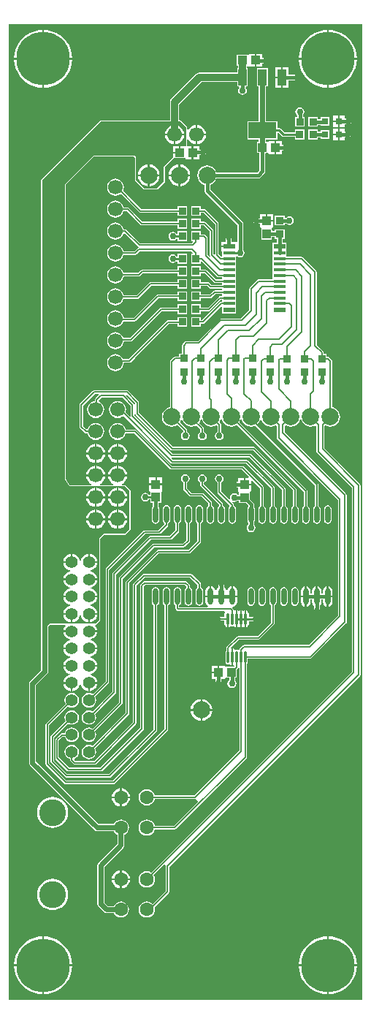
<source format=gtl>
G04*
G04 #@! TF.GenerationSoftware,Altium Limited,Altium Designer,18.1.11 (251)*
G04*
G04 Layer_Physical_Order=1*
G04 Layer_Color=255*
%FSLAX25Y25*%
%MOIN*%
G70*
G01*
G75*
%ADD13C,0.01000*%
%ADD18R,0.03347X0.03543*%
%ADD19R,0.05315X0.01575*%
%ADD20R,0.05315X0.02362*%
%ADD21C,0.07874*%
%ADD22R,0.03937X0.04134*%
%ADD23R,0.03937X0.07284*%
%ADD24R,0.12598X0.07284*%
%ADD25R,0.03150X0.03150*%
%ADD26R,0.04134X0.03937*%
%ADD27O,0.02362X0.07480*%
%ADD28R,0.03543X0.03347*%
%ADD29O,0.01181X0.05709*%
%ADD47C,0.00600*%
%ADD48C,0.01600*%
%ADD49C,0.03200*%
%ADD50C,0.02200*%
%ADD51C,0.01598*%
%ADD52C,0.06299*%
%ADD53C,0.12205*%
%ADD54C,0.06693*%
%ADD55C,0.05512*%
%ADD56C,0.24410*%
%ADD57C,0.02953*%
G36*
X163315Y2039D02*
X2039D01*
Y446780D01*
X163315D01*
X163315Y2039D01*
D02*
G37*
%LPC*%
G36*
X148038Y444316D02*
Y431502D01*
X160852D01*
X160720Y433174D01*
X160235Y435195D01*
X159440Y437116D01*
X158354Y438888D01*
X157004Y440468D01*
X155423Y441818D01*
X153651Y442904D01*
X151731Y443700D01*
X149710Y444185D01*
X148038Y444316D01*
D02*
G37*
G36*
X147238D02*
X145566Y444185D01*
X143545Y443700D01*
X141624Y442904D01*
X139852Y441818D01*
X138272Y440468D01*
X136922Y438888D01*
X135836Y437116D01*
X135040Y435195D01*
X134555Y433174D01*
X134424Y431502D01*
X147238D01*
Y444316D01*
D02*
G37*
G36*
X18116D02*
Y431502D01*
X30931D01*
X30799Y433174D01*
X30314Y435195D01*
X29518Y437116D01*
X28432Y438888D01*
X27083Y440468D01*
X25502Y441818D01*
X23730Y442904D01*
X21810Y443700D01*
X19789Y444185D01*
X18116Y444316D01*
D02*
G37*
G36*
X17316D02*
X15644Y444185D01*
X13623Y443700D01*
X11703Y442904D01*
X9931Y441818D01*
X8350Y440468D01*
X7001Y438888D01*
X5915Y437116D01*
X5119Y435195D01*
X4634Y433174D01*
X4502Y431502D01*
X17316D01*
Y444316D01*
D02*
G37*
G36*
X117672Y433395D02*
X115005D01*
Y430426D01*
Y427458D01*
X117672D01*
Y429022D01*
X119447D01*
X119955Y429123D01*
X120385Y429410D01*
X120672Y429840D01*
X120773Y430348D01*
X120672Y430855D01*
X120385Y431285D01*
X119955Y431572D01*
X119447Y431673D01*
X117672D01*
Y433395D01*
D02*
G37*
G36*
X114205D02*
X111538D01*
Y433282D01*
X111266Y432895D01*
X111038Y432895D01*
X106132D01*
Y427958D01*
X106519D01*
Y426779D01*
X106191D01*
Y424778D01*
X89037D01*
X88218Y424615D01*
X87523Y424151D01*
X76163Y412791D01*
X75699Y412097D01*
X75536Y411277D01*
Y402976D01*
X43931Y402976D01*
X43549Y402818D01*
X43549Y402818D01*
X16952Y376222D01*
X16794Y375839D01*
X16794Y375839D01*
X16794Y173583D01*
Y170915D01*
X16794Y170915D01*
Y152408D01*
X11681Y147295D01*
X11327Y146766D01*
X11203Y146142D01*
Y110079D01*
X11327Y109454D01*
X11681Y108925D01*
X41248Y79358D01*
X41777Y79005D01*
X42402Y78880D01*
X49914D01*
X50001Y78671D01*
X50586Y77909D01*
X51348Y77324D01*
X51518Y77254D01*
Y73117D01*
X42941Y64539D01*
X42587Y64010D01*
X42463Y63386D01*
Y45669D01*
X42587Y45045D01*
X42941Y44516D01*
X45500Y41957D01*
X46029Y41603D01*
X46654Y41479D01*
X49914D01*
X50001Y41270D01*
X50586Y40507D01*
X51348Y39922D01*
X52236Y39555D01*
X53189Y39429D01*
X54142Y39555D01*
X55029Y39922D01*
X55792Y40507D01*
X56377Y41270D01*
X56745Y42158D01*
X56870Y43110D01*
X56745Y44063D01*
X56377Y44951D01*
X55792Y45713D01*
X55029Y46298D01*
X54142Y46666D01*
X53189Y46791D01*
X52236Y46666D01*
X51348Y46298D01*
X50586Y45713D01*
X50001Y44951D01*
X49914Y44742D01*
X47329D01*
X45726Y46345D01*
Y62710D01*
X54303Y71287D01*
X54657Y71817D01*
X54781Y72441D01*
Y77221D01*
X55029Y77324D01*
X55792Y77909D01*
X56377Y78671D01*
X56745Y79559D01*
X56870Y80512D01*
X56745Y81464D01*
X56377Y82352D01*
X55792Y83115D01*
X55029Y83700D01*
X54142Y84067D01*
X53189Y84193D01*
X52236Y84067D01*
X51348Y83700D01*
X50586Y83115D01*
X50001Y82352D01*
X49914Y82143D01*
X43077D01*
X14466Y110755D01*
Y145466D01*
X19579Y150579D01*
X19932Y151108D01*
X20056Y151732D01*
Y172218D01*
X20880Y173041D01*
X23976D01*
X27618Y173041D01*
X27864Y172541D01*
X27428Y171973D01*
X27049Y171059D01*
X26973Y170479D01*
X30709D01*
Y169679D01*
X26973D01*
X27049Y169098D01*
X27428Y168185D01*
X28030Y167400D01*
X28815Y166798D01*
X29728Y166419D01*
X29923Y166394D01*
Y165890D01*
X29728Y165864D01*
X28815Y165486D01*
X28030Y164883D01*
X27428Y164099D01*
X27049Y163185D01*
X26973Y162605D01*
X30709D01*
Y161805D01*
X26973D01*
X27049Y161224D01*
X27428Y160311D01*
X28030Y159526D01*
X28815Y158924D01*
X29728Y158545D01*
X29923Y158520D01*
Y158016D01*
X29728Y157990D01*
X28815Y157612D01*
X28030Y157009D01*
X27428Y156225D01*
X27049Y155311D01*
X26973Y154731D01*
X30709D01*
Y153931D01*
X26973D01*
X27049Y153350D01*
X27428Y152437D01*
X28030Y151652D01*
X28815Y151050D01*
X29728Y150672D01*
X29923Y150646D01*
Y150142D01*
X29728Y150116D01*
X28815Y149738D01*
X28030Y149135D01*
X27428Y148351D01*
X27049Y147437D01*
X26973Y146857D01*
X30709D01*
Y146457D01*
X31109D01*
Y142721D01*
X31689Y142798D01*
X32603Y143176D01*
X33387Y143778D01*
X33989Y144562D01*
X34368Y145476D01*
X34394Y145671D01*
X34898D01*
X34923Y145476D01*
X35302Y144562D01*
X35904Y143778D01*
X36689Y143176D01*
X37602Y142798D01*
X38183Y142721D01*
Y146457D01*
X38583D01*
Y146857D01*
X42318D01*
X42242Y147437D01*
X41864Y148351D01*
X41261Y149135D01*
X40477Y149738D01*
X39563Y150116D01*
X39369Y150142D01*
Y150646D01*
X39563Y150672D01*
X40477Y151050D01*
X41261Y151652D01*
X41864Y152437D01*
X42242Y153350D01*
X42318Y153931D01*
X38583D01*
Y154731D01*
X42318D01*
X42242Y155311D01*
X41864Y156225D01*
X41261Y157009D01*
X40477Y157612D01*
X39563Y157990D01*
X39369Y158016D01*
Y158520D01*
X39563Y158545D01*
X40477Y158924D01*
X41261Y159526D01*
X41864Y160311D01*
X42242Y161224D01*
X42318Y161805D01*
X38583D01*
Y162605D01*
X42318D01*
X42242Y163185D01*
X41864Y164099D01*
X41261Y164883D01*
X40477Y165486D01*
X39563Y165864D01*
X39369Y165890D01*
Y166394D01*
X39563Y166419D01*
X40477Y166798D01*
X41261Y167400D01*
X41864Y168185D01*
X42242Y169098D01*
X42318Y169679D01*
X38583D01*
Y170479D01*
X42318D01*
X42242Y171059D01*
X41864Y171973D01*
X41427Y172541D01*
X41674Y173041D01*
X41693D01*
X41693Y173041D01*
X42076Y173200D01*
X43663Y174787D01*
X43663Y174787D01*
X43821Y175170D01*
X43821Y175170D01*
X43821Y212372D01*
X45498Y214026D01*
X55118D01*
X55501Y214184D01*
X57469Y216153D01*
X57628Y216535D01*
X57628Y216535D01*
Y234198D01*
X57628Y234198D01*
X57469Y234580D01*
X55474Y236576D01*
X55091Y236735D01*
X55091Y236735D01*
X53678D01*
X53579Y237234D01*
X53846Y237345D01*
X54754Y238042D01*
X55450Y238950D01*
X55888Y240007D01*
X55985Y240742D01*
X51653D01*
X47322D01*
X47419Y240007D01*
X47857Y238950D01*
X48554Y238042D01*
X49462Y237345D01*
X49729Y237234D01*
X49629Y236735D01*
X43678D01*
X43578Y237234D01*
X43845Y237345D01*
X44754Y238042D01*
X45450Y238950D01*
X45888Y240007D01*
X45985Y240742D01*
X41654D01*
X37322D01*
X37419Y240007D01*
X37857Y238950D01*
X38554Y238042D01*
X39462Y237345D01*
X39729Y237234D01*
X39629Y236735D01*
X29827D01*
X28073Y239541D01*
Y373764D01*
X40827Y386518D01*
X59068Y386518D01*
X59509Y386077D01*
X59509Y375998D01*
X59509Y375998D01*
X59667Y375615D01*
X63645Y371637D01*
X64028Y371479D01*
X64028Y371479D01*
X69658Y371479D01*
X69658Y371479D01*
X70041Y371637D01*
X73190Y374787D01*
X73349Y375170D01*
X73349Y375170D01*
Y381649D01*
X77030Y385590D01*
X77430Y385831D01*
X82564D01*
X82836Y385444D01*
Y385332D01*
X85503D01*
Y388300D01*
Y391268D01*
X83441D01*
Y394129D01*
X83635Y394224D01*
X83941Y394264D01*
X84577Y393436D01*
X85485Y392739D01*
X86542Y392301D01*
X87277Y392204D01*
Y396535D01*
Y400867D01*
X86542Y400770D01*
X85485Y400332D01*
X84577Y399635D01*
X83941Y398807D01*
X83635Y398847D01*
X83441Y398941D01*
Y399900D01*
X83283Y400283D01*
X83112Y400353D01*
X80647Y402818D01*
X80265Y402976D01*
X79818Y403183D01*
Y410390D01*
X89924Y420496D01*
X106191D01*
Y418495D01*
X106984D01*
X107115Y418269D01*
X107190Y417995D01*
X106798Y417408D01*
X106645Y416637D01*
X106798Y415866D01*
X107235Y415212D01*
X107889Y414775D01*
X108660Y414622D01*
X109431Y414775D01*
X110085Y415212D01*
X110522Y415866D01*
X110675Y416637D01*
X110522Y417408D01*
X110129Y417995D01*
X110205Y418269D01*
X110336Y418495D01*
X111128D01*
Y426779D01*
X110801D01*
Y427545D01*
X110935Y427677D01*
X111494Y427633D01*
X111538Y427570D01*
Y427458D01*
X114205D01*
Y430426D01*
Y433395D01*
D02*
G37*
G36*
X126370Y427279D02*
X123802D01*
Y423037D01*
X126370D01*
Y427279D01*
D02*
G37*
G36*
X129739D02*
X127170D01*
Y422637D01*
Y417995D01*
X129739D01*
Y421312D01*
X133770D01*
X134277Y421412D01*
X134707Y421700D01*
X134995Y422130D01*
X135096Y422637D01*
X134995Y423144D01*
X134707Y423574D01*
X134277Y423862D01*
X133770Y423962D01*
X129739D01*
Y427279D01*
D02*
G37*
G36*
X126370Y422237D02*
X123802D01*
Y417995D01*
X126370D01*
Y422237D01*
D02*
G37*
G36*
X160852Y430702D02*
X148038D01*
Y417888D01*
X149710Y418020D01*
X151731Y418505D01*
X153651Y419301D01*
X155423Y420387D01*
X157004Y421736D01*
X158354Y423317D01*
X159440Y425089D01*
X160235Y427009D01*
X160720Y429030D01*
X160852Y430702D01*
D02*
G37*
G36*
X147238D02*
X134424D01*
X134555Y429030D01*
X135040Y427009D01*
X135836Y425089D01*
X136922Y423317D01*
X138272Y421736D01*
X139852Y420387D01*
X141624Y419301D01*
X143545Y418505D01*
X145566Y418020D01*
X147238Y417888D01*
Y430702D01*
D02*
G37*
G36*
X30931D02*
X18116D01*
Y417888D01*
X19789Y418020D01*
X21810Y418505D01*
X23730Y419301D01*
X25502Y420387D01*
X27083Y421736D01*
X28432Y423317D01*
X29518Y425089D01*
X30314Y427009D01*
X30799Y429030D01*
X30931Y430702D01*
D02*
G37*
G36*
X17316D02*
X4502D01*
X4634Y429030D01*
X5119Y427009D01*
X5915Y425089D01*
X7001Y423317D01*
X8350Y421736D01*
X9931Y420387D01*
X11703Y419301D01*
X13623Y418505D01*
X15644Y418020D01*
X17316Y417888D01*
Y430702D01*
D02*
G37*
G36*
X148440Y404665D02*
X144290D01*
Y403718D01*
X143125D01*
Y404665D01*
X138779D01*
Y400122D01*
X143125D01*
Y401069D01*
X144290D01*
Y400516D01*
X148440D01*
Y404665D01*
D02*
G37*
G36*
X152265Y405165D02*
X150090D01*
Y402990D01*
X152265D01*
Y405165D01*
D02*
G37*
G36*
X134850Y408909D02*
X134078Y408755D01*
X133425Y408319D01*
X132988Y407665D01*
X132834Y406894D01*
X132988Y406122D01*
X133425Y405469D01*
X133524Y405402D01*
Y404665D01*
X132676D01*
Y400122D01*
X137023D01*
Y404665D01*
X136175D01*
Y405402D01*
X136275Y405469D01*
X136711Y406122D01*
X136865Y406894D01*
X136711Y407665D01*
X136275Y408319D01*
X135621Y408755D01*
X134850Y408909D01*
D02*
G37*
G36*
X155239Y405165D02*
X153065D01*
Y402591D01*
Y400016D01*
X155239D01*
Y401108D01*
X157153D01*
X157660Y401208D01*
X158090Y401496D01*
X158377Y401926D01*
X158478Y402433D01*
X158377Y402940D01*
X158090Y403370D01*
X157660Y403658D01*
X157153Y403758D01*
X155239D01*
Y405165D01*
D02*
G37*
G36*
X152265Y402190D02*
X150090D01*
Y400016D01*
X152265D01*
Y402190D01*
D02*
G37*
G36*
X152225Y399177D02*
X150050D01*
Y397002D01*
X152225D01*
Y399177D01*
D02*
G37*
G36*
X88077Y400867D02*
Y396935D01*
X92009D01*
X91912Y397670D01*
X91474Y398727D01*
X90777Y399635D01*
X89869Y400332D01*
X88812Y400770D01*
X88077Y400867D01*
D02*
G37*
G36*
X143086Y398874D02*
X138739D01*
Y394331D01*
X143086D01*
Y395277D01*
X144251D01*
Y394528D01*
X148401D01*
Y398677D01*
X144251D01*
Y397928D01*
X143086D01*
Y398874D01*
D02*
G37*
G36*
X120184Y426779D02*
X115246D01*
Y418495D01*
X116084D01*
Y402566D01*
X110916D01*
Y394283D01*
X116084D01*
Y393117D01*
X115187D01*
Y388180D01*
X116390D01*
Y380364D01*
X115304Y379278D01*
X96773D01*
X96395Y380190D01*
X95684Y381117D01*
X94757Y381828D01*
X93678Y382276D01*
X92520Y382428D01*
X91361Y382276D01*
X90282Y381828D01*
X89355Y381117D01*
X88644Y380190D01*
X88197Y379111D01*
X88044Y377953D01*
X88197Y376795D01*
X88644Y375715D01*
X89355Y374788D01*
X90282Y374077D01*
X91194Y373699D01*
Y370930D01*
X91295Y370423D01*
X91582Y369993D01*
X106293Y355283D01*
Y348166D01*
X106276Y347673D01*
X103688D01*
Y350000D01*
X103587Y350507D01*
X103299Y350937D01*
X102869Y351225D01*
X102362Y351325D01*
X101855Y351225D01*
X101425Y350937D01*
X101138Y350507D01*
X101037Y350000D01*
Y347673D01*
X98961D01*
Y345892D01*
X102618D01*
Y345092D01*
X98961D01*
Y343311D01*
X99461D01*
Y340796D01*
X98958D01*
X97816Y341938D01*
Y355950D01*
X97816Y355950D01*
X97754Y356262D01*
X97577Y356527D01*
X97577Y356527D01*
X91827Y362277D01*
X91562Y362454D01*
X91250Y362516D01*
X91250Y362516D01*
X89523D01*
Y363972D01*
X85177D01*
Y359428D01*
X89523D01*
Y360884D01*
X90912D01*
X96184Y355612D01*
Y341990D01*
X95705Y341777D01*
X95416Y342004D01*
Y352600D01*
X95416Y352600D01*
X95354Y352912D01*
X95177Y353177D01*
X91785Y356568D01*
X91521Y356745D01*
X91209Y356807D01*
X91209Y356807D01*
X89523D01*
Y358263D01*
X85177D01*
Y353720D01*
X89523D01*
Y355176D01*
X90871D01*
X93784Y352262D01*
Y341550D01*
X93784Y341550D01*
X93846Y341238D01*
X93893Y341167D01*
X93505Y340849D01*
X92766Y341588D01*
Y349200D01*
X92704Y349512D01*
X92527Y349777D01*
X92527Y349777D01*
X91477Y350827D01*
X91212Y351004D01*
X90900Y351066D01*
X90900Y351066D01*
X89526D01*
Y352522D01*
X85179D01*
Y347978D01*
X85871D01*
X86063Y347516D01*
X85512Y346966D01*
X61888D01*
X55718Y353136D01*
X55453Y353313D01*
X55141Y353375D01*
X55141Y353375D01*
X54520D01*
X54496Y353563D01*
X54108Y354499D01*
X53491Y355302D01*
X52688Y355919D01*
X51752Y356307D01*
X50748Y356439D01*
X49744Y356307D01*
X48808Y355919D01*
X48005Y355302D01*
X47388Y354499D01*
X47001Y353563D01*
X46868Y352559D01*
X47001Y351555D01*
X47388Y350619D01*
X48005Y349816D01*
X48808Y349199D01*
X49744Y348812D01*
X50748Y348679D01*
X51752Y348812D01*
X52688Y349199D01*
X53491Y349816D01*
X54108Y350619D01*
X54438Y351417D01*
X54839Y351550D01*
X54999Y351548D01*
X60973Y345573D01*
X60973Y345573D01*
X61209Y345416D01*
X61229Y345286D01*
X61200Y344916D01*
X60888Y344854D01*
X60623Y344677D01*
X60623Y344677D01*
X59321Y343375D01*
X54520D01*
X54496Y343563D01*
X54108Y344499D01*
X53491Y345302D01*
X52688Y345919D01*
X51752Y346306D01*
X50748Y346439D01*
X49744Y346306D01*
X48808Y345919D01*
X48005Y345302D01*
X47388Y344499D01*
X47001Y343563D01*
X46868Y342559D01*
X47001Y341555D01*
X47388Y340619D01*
X48005Y339816D01*
X48808Y339199D01*
X49744Y338812D01*
X50748Y338679D01*
X51752Y338812D01*
X52688Y339199D01*
X53491Y339816D01*
X54108Y340619D01*
X54496Y341555D01*
X54520Y341743D01*
X59659D01*
X59659Y341743D01*
X59971Y341806D01*
X60236Y341982D01*
X61538Y343284D01*
X85412D01*
X86000Y342696D01*
X85809Y342234D01*
X85179D01*
Y337691D01*
X89526D01*
Y338644D01*
X90026Y338851D01*
X97151Y331726D01*
X97151Y331726D01*
X97415Y331550D01*
X97727Y331487D01*
X97728Y331487D01*
X99461D01*
Y330560D01*
X96578D01*
X92388Y334750D01*
X92123Y334927D01*
X91811Y334989D01*
X91811Y334989D01*
X89555D01*
Y336445D01*
X85209D01*
Y331902D01*
X89555D01*
Y333358D01*
X91473D01*
X95664Y329167D01*
X95664Y329167D01*
X95928Y328991D01*
X96240Y328928D01*
X99461D01*
Y328001D01*
X94455D01*
X93532Y328923D01*
X93268Y329100D01*
X92956Y329162D01*
X92956Y329162D01*
X89555D01*
Y330736D01*
X85209D01*
Y326193D01*
X89555D01*
Y327531D01*
X92618D01*
X93540Y326608D01*
X93540Y326608D01*
X93805Y326431D01*
X94117Y326369D01*
X94117Y326369D01*
X99461D01*
Y325442D01*
X95886D01*
X95886Y325442D01*
X95574Y325380D01*
X95309Y325203D01*
X93678Y323572D01*
X89555D01*
Y325028D01*
X85209D01*
Y320484D01*
X89555D01*
Y321940D01*
X94016D01*
X94016Y321940D01*
X94328Y322002D01*
X94592Y322179D01*
X96224Y323810D01*
X99461D01*
Y322883D01*
X98445D01*
X98445Y322883D01*
X98133Y322820D01*
X97868Y322644D01*
X97868Y322644D01*
X92891Y317666D01*
X89555D01*
Y319122D01*
X85209D01*
Y314579D01*
X89555D01*
Y316035D01*
X93228D01*
X93228Y316035D01*
X93541Y316097D01*
X93805Y316274D01*
X98783Y321251D01*
X99461D01*
Y320554D01*
X99035Y320323D01*
X98723Y320261D01*
X98459Y320085D01*
X98459Y320085D01*
X90331Y311957D01*
X89555D01*
Y313413D01*
X85209D01*
Y308870D01*
X89555D01*
Y310326D01*
X90669D01*
X90669Y310326D01*
X90981Y310388D01*
X91246Y310565D01*
X98961Y318280D01*
X99112Y318262D01*
X99461Y318072D01*
Y314874D01*
X105776D01*
Y318220D01*
Y320779D01*
Y323339D01*
Y325898D01*
Y328457D01*
Y331016D01*
Y333575D01*
Y336134D01*
Y340840D01*
X105968Y340966D01*
X106276Y341059D01*
X106847Y340678D01*
X107618Y340524D01*
X108389Y340678D01*
X109043Y341114D01*
X109480Y341768D01*
X109633Y342539D01*
X109480Y343310D01*
X109043Y343964D01*
X108944Y344031D01*
Y355832D01*
X108843Y356339D01*
X108555Y356769D01*
X93845Y371479D01*
Y373699D01*
X94757Y374077D01*
X95684Y374788D01*
X96395Y375715D01*
X96773Y376627D01*
X115853D01*
X116360Y376728D01*
X116790Y377015D01*
X118652Y378878D01*
X118939Y379308D01*
X119040Y379815D01*
Y387827D01*
X119394Y388180D01*
X120321Y388180D01*
X120593Y387793D01*
Y387680D01*
X123260D01*
Y390649D01*
Y393617D01*
X120593D01*
Y393505D01*
X120321Y393117D01*
X120093Y393117D01*
X119346D01*
Y394283D01*
X124514D01*
Y397405D01*
X125053D01*
X126577Y395881D01*
X126908Y395660D01*
X127298Y395583D01*
X132637D01*
Y394331D01*
X136984D01*
Y398874D01*
X132637D01*
Y397622D01*
X127720D01*
X126197Y399145D01*
X125866Y399366D01*
X125476Y399444D01*
X124514D01*
Y402566D01*
X119346D01*
Y418495D01*
X120184D01*
Y426779D01*
D02*
G37*
G36*
X155200Y399177D02*
X153025D01*
Y396602D01*
Y394028D01*
X155200D01*
Y395119D01*
X156759D01*
X157266Y395220D01*
X157696Y395508D01*
X157984Y395938D01*
X158084Y396445D01*
X157984Y396952D01*
X157696Y397382D01*
X157266Y397670D01*
X156759Y397770D01*
X155200D01*
Y399177D01*
D02*
G37*
G36*
X152225Y396202D02*
X150050D01*
Y394028D01*
X152225D01*
Y396202D01*
D02*
G37*
G36*
X92009Y396135D02*
X88077D01*
Y392204D01*
X88812Y392301D01*
X89869Y392739D01*
X90777Y393436D01*
X91474Y394343D01*
X91912Y395401D01*
X92009Y396135D01*
D02*
G37*
G36*
X126727Y393617D02*
X124060D01*
Y390649D01*
Y387680D01*
X126727D01*
Y389284D01*
X128463D01*
X128970Y389385D01*
X129400Y389672D01*
X129688Y390102D01*
X129788Y390610D01*
X129688Y391117D01*
X129400Y391547D01*
X128970Y391834D01*
X128463Y391935D01*
X126727D01*
Y393617D01*
D02*
G37*
G36*
X88970Y391268D02*
X86303D01*
Y388300D01*
Y385332D01*
X88970D01*
Y387093D01*
X90745D01*
X91252Y387193D01*
X91682Y387481D01*
X91970Y387911D01*
X92071Y388418D01*
X91970Y388925D01*
X91682Y389355D01*
X91252Y389643D01*
X90745Y389744D01*
X88970D01*
Y391268D01*
D02*
G37*
G36*
X80300Y382880D02*
Y378353D01*
X84827D01*
X84710Y379242D01*
X84212Y380443D01*
X83421Y381474D01*
X82390Y382265D01*
X81189Y382763D01*
X80300Y382880D01*
D02*
G37*
G36*
X79500D02*
X78611Y382763D01*
X77410Y382265D01*
X76379Y381474D01*
X75587Y380443D01*
X75090Y379242D01*
X74973Y378353D01*
X79500D01*
Y382880D01*
D02*
G37*
G36*
X84827Y377553D02*
X80300D01*
Y373026D01*
X81189Y373143D01*
X82390Y373640D01*
X83421Y374432D01*
X84212Y375463D01*
X84710Y376664D01*
X84827Y377553D01*
D02*
G37*
G36*
X79500D02*
X74973D01*
X75090Y376664D01*
X75587Y375463D01*
X76379Y374432D01*
X77410Y373640D01*
X78611Y373143D01*
X79500Y373026D01*
Y377553D01*
D02*
G37*
G36*
X50748Y376439D02*
X49744Y376307D01*
X48808Y375919D01*
X48005Y375302D01*
X47388Y374499D01*
X47001Y373563D01*
X46868Y372559D01*
X47001Y371555D01*
X47388Y370619D01*
X48005Y369816D01*
X48808Y369199D01*
X49744Y368812D01*
X50748Y368679D01*
X51752Y368812D01*
X52688Y369199D01*
X53146Y369551D01*
X61573Y361123D01*
X61573Y361123D01*
X61838Y360946D01*
X62150Y360884D01*
X62150Y360884D01*
X79074D01*
Y359428D01*
X83421D01*
Y363972D01*
X79074D01*
Y362516D01*
X62488D01*
X54189Y370815D01*
X54496Y371555D01*
X54628Y372559D01*
X54496Y373563D01*
X54108Y374499D01*
X53491Y375302D01*
X52688Y375919D01*
X51752Y376307D01*
X50748Y376439D01*
D02*
G37*
G36*
X122653Y360252D02*
X120085D01*
Y357585D01*
X122653D01*
Y360252D01*
D02*
G37*
G36*
X127862Y359457D02*
X123319D01*
Y355110D01*
X127862D01*
Y355958D01*
X128599D01*
X128666Y355859D01*
X129319Y355422D01*
X130091Y355268D01*
X130862Y355422D01*
X131515Y355859D01*
X131952Y356512D01*
X132106Y357283D01*
X131952Y358055D01*
X131515Y358708D01*
X130862Y359145D01*
X130091Y359299D01*
X129319Y359145D01*
X128666Y358708D01*
X128599Y358609D01*
X127862D01*
Y359457D01*
D02*
G37*
G36*
X50748Y366439D02*
X49744Y366306D01*
X48808Y365919D01*
X48005Y365302D01*
X47388Y364499D01*
X47001Y363563D01*
X46868Y362559D01*
X47001Y361555D01*
X47388Y360619D01*
X48005Y359816D01*
X48808Y359199D01*
X49744Y358812D01*
X50748Y358679D01*
X51752Y358812D01*
X52688Y359199D01*
X53491Y359816D01*
X54108Y360619D01*
X54496Y361555D01*
X54520Y361743D01*
X55853D01*
X62182Y355415D01*
X62182Y355415D01*
X62446Y355238D01*
X62759Y355176D01*
X79074D01*
Y353720D01*
X83421D01*
Y358263D01*
X79074D01*
Y356807D01*
X63096D01*
X56768Y363136D01*
X56503Y363313D01*
X56191Y363375D01*
X56191Y363375D01*
X54520D01*
X54496Y363563D01*
X54108Y364499D01*
X53491Y365302D01*
X52688Y365919D01*
X51752Y366306D01*
X50748Y366439D01*
D02*
G37*
G36*
X83423Y352522D02*
X79077D01*
Y351220D01*
X78596D01*
X78325Y351625D01*
X77671Y352062D01*
X76900Y352215D01*
X76129Y352062D01*
X75475Y351625D01*
X75038Y350971D01*
X74885Y350200D01*
X75038Y349429D01*
X75475Y348775D01*
X76129Y348338D01*
X76900Y348185D01*
X77671Y348338D01*
X78325Y348775D01*
X78596Y349180D01*
X79077D01*
Y347978D01*
X83423D01*
Y352522D01*
D02*
G37*
G36*
Y342234D02*
X79077D01*
Y340982D01*
X78596D01*
X78325Y341388D01*
X77671Y341824D01*
X76900Y341978D01*
X76129Y341824D01*
X75475Y341388D01*
X75038Y340734D01*
X74885Y339963D01*
X75038Y339191D01*
X75475Y338538D01*
X76129Y338101D01*
X76900Y337948D01*
X77671Y338101D01*
X78325Y338538D01*
X78596Y338943D01*
X79077D01*
Y337691D01*
X83423D01*
Y342234D01*
D02*
G37*
G36*
X83453Y336445D02*
X79106D01*
Y334989D01*
X62913D01*
X62601Y334927D01*
X62337Y334750D01*
X62337Y334750D01*
X61079Y333493D01*
X54505D01*
X54496Y333563D01*
X54108Y334499D01*
X53491Y335302D01*
X52688Y335919D01*
X51752Y336307D01*
X50748Y336439D01*
X49744Y336307D01*
X48808Y335919D01*
X48005Y335302D01*
X47388Y334499D01*
X47001Y333563D01*
X46868Y332559D01*
X47001Y331555D01*
X47388Y330619D01*
X48005Y329816D01*
X48808Y329199D01*
X49744Y328812D01*
X50748Y328679D01*
X51752Y328812D01*
X52688Y329199D01*
X53491Y329816D01*
X54108Y330619D01*
X54496Y331555D01*
X54536Y331861D01*
X61417D01*
X61417Y331861D01*
X61730Y331924D01*
X61994Y332100D01*
X63251Y333358D01*
X79106D01*
Y331902D01*
X83453D01*
Y336445D01*
D02*
G37*
G36*
X119285Y360252D02*
X116717D01*
Y358412D01*
X114961D01*
X114453Y358311D01*
X114023Y358024D01*
X113736Y357594D01*
X113635Y357087D01*
X113736Y356579D01*
X114023Y356149D01*
X114453Y355862D01*
X114961Y355761D01*
X116717D01*
Y354118D01*
X116829D01*
X117217Y353847D01*
X117217Y353618D01*
Y348713D01*
X122153D01*
Y349856D01*
X123319D01*
Y349008D01*
X124324D01*
Y347173D01*
X122492D01*
Y343811D01*
Y341252D01*
Y338693D01*
Y336134D01*
Y333575D01*
Y330560D01*
X115965D01*
X115965Y330560D01*
X115652Y330498D01*
X115388Y330321D01*
X112022Y326955D01*
X111845Y326690D01*
X111783Y326378D01*
X111783Y326378D01*
Y316480D01*
X107930Y312627D01*
X98819D01*
X98819Y312627D01*
X98507Y312565D01*
X98242Y312388D01*
X98242Y312388D01*
X88245Y302391D01*
X83071D01*
X82759Y302328D01*
X82494Y302152D01*
X82494Y302151D01*
X81313Y300971D01*
X81136Y300706D01*
X81074Y300394D01*
X81074Y300394D01*
Y296661D01*
X79618D01*
Y295304D01*
X77953D01*
X77641Y295242D01*
X77376Y295065D01*
X77376Y295065D01*
X75801Y293490D01*
X75624Y293226D01*
X75562Y292913D01*
X75562Y292913D01*
Y272163D01*
X75220Y272118D01*
X74140Y271671D01*
X73213Y270960D01*
X72502Y270033D01*
X72055Y268954D01*
X71903Y267795D01*
X72055Y266637D01*
X72502Y265558D01*
X73213Y264631D01*
X74140Y263920D01*
X75220Y263473D01*
X76378Y263320D01*
X77536Y263473D01*
X78616Y263920D01*
X78890Y264130D01*
X81628Y261392D01*
X81584Y260818D01*
X81145Y260525D01*
X80708Y259871D01*
X80555Y259100D01*
X80708Y258329D01*
X81145Y257675D01*
X81799Y257238D01*
X82570Y257085D01*
X83341Y257238D01*
X83995Y257675D01*
X84432Y258329D01*
X84585Y259100D01*
X84432Y259871D01*
X83995Y260525D01*
X83416Y260912D01*
Y261573D01*
X83416Y261573D01*
X83354Y261885D01*
X83177Y262150D01*
X83177Y262150D01*
X80043Y265283D01*
X80254Y265558D01*
X80648Y266510D01*
X81163Y266510D01*
X81557Y265558D01*
X82269Y264631D01*
X83195Y263920D01*
X84275Y263473D01*
X85433Y263320D01*
X86591Y263473D01*
X87671Y263920D01*
X87703Y263944D01*
X89434Y262212D01*
Y260892D01*
X88885Y260525D01*
X88448Y259871D01*
X88295Y259100D01*
X88448Y258329D01*
X88885Y257675D01*
X89539Y257238D01*
X90310Y257085D01*
X91081Y257238D01*
X91735Y257675D01*
X92172Y258329D01*
X92325Y259100D01*
X92172Y259871D01*
X91735Y260525D01*
X91081Y260962D01*
X91066Y260965D01*
Y262550D01*
X91066Y262550D01*
X91004Y262862D01*
X90827Y263127D01*
X90827Y263127D01*
X88912Y265041D01*
X89309Y265558D01*
X89703Y266510D01*
X90218Y266510D01*
X90613Y265558D01*
X91324Y264631D01*
X92251Y263920D01*
X93330Y263473D01*
X94488Y263320D01*
X95647Y263473D01*
X96726Y263920D01*
X96856Y264020D01*
X97284Y263718D01*
Y260963D01*
X97279Y260962D01*
X96625Y260525D01*
X96188Y259871D01*
X96035Y259100D01*
X96188Y258329D01*
X96625Y257675D01*
X97279Y257238D01*
X98050Y257085D01*
X98821Y257238D01*
X99475Y257675D01*
X99912Y258329D01*
X100065Y259100D01*
X99912Y259871D01*
X99475Y260525D01*
X98916Y260898D01*
Y264183D01*
X98916Y264183D01*
X98854Y264496D01*
X98677Y264760D01*
X98154Y265283D01*
X98364Y265558D01*
X98759Y266510D01*
X99273Y266510D01*
X99668Y265558D01*
X100379Y264631D01*
X101306Y263920D01*
X102385Y263473D01*
X103543Y263320D01*
X104702Y263473D01*
X105781Y263920D01*
X106055Y264130D01*
X136747Y233438D01*
Y227304D01*
X136351Y227039D01*
X135979Y226483D01*
X135849Y225827D01*
Y220709D01*
X135979Y220053D01*
X136351Y219497D01*
X136907Y219125D01*
X137563Y218995D01*
X138219Y219125D01*
X138775Y219497D01*
X139147Y220053D01*
X139277Y220709D01*
Y225827D01*
X139147Y226483D01*
X138775Y227039D01*
X138379Y227304D01*
Y233776D01*
X138317Y234088D01*
X138140Y234352D01*
X138140Y234352D01*
X107209Y265283D01*
X107419Y265558D01*
X107814Y266510D01*
X108328D01*
X108723Y265558D01*
X109434Y264631D01*
X110361Y263920D01*
X111440Y263473D01*
X112598Y263320D01*
X113757Y263473D01*
X114476Y263770D01*
X141747Y236499D01*
Y227304D01*
X141351Y227039D01*
X140979Y226483D01*
X140849Y225827D01*
Y220709D01*
X140979Y220053D01*
X141351Y219497D01*
X141907Y219125D01*
X142563Y218995D01*
X143219Y219125D01*
X143775Y219497D01*
X144147Y220053D01*
X144277Y220709D01*
Y225827D01*
X144147Y226483D01*
X143775Y227039D01*
X143379Y227304D01*
Y236837D01*
X143379Y236837D01*
X143317Y237149D01*
X143140Y237414D01*
X143140Y237414D01*
X115832Y264721D01*
X116474Y265558D01*
X116816Y266383D01*
X117357D01*
X117699Y265558D01*
X118410Y264631D01*
X119337Y263920D01*
X120416Y263473D01*
X121575Y263320D01*
X122733Y263473D01*
X123812Y263920D01*
X123964Y264036D01*
X124381Y263726D01*
Y258309D01*
X124381Y258309D01*
X124443Y257997D01*
X124620Y257732D01*
X152304Y230048D01*
Y177207D01*
X138893Y163797D01*
X109381D01*
X109381Y163797D01*
X109069Y163735D01*
X108804Y163558D01*
X107385Y162138D01*
X107208Y161874D01*
X107169Y161680D01*
X107063Y161600D01*
X106866Y161513D01*
X106653Y161476D01*
X106637Y161480D01*
X106418Y161627D01*
X105993Y161711D01*
X105567Y161627D01*
X105349Y161480D01*
X105171Y161746D01*
X104645Y162098D01*
X104424Y162141D01*
Y158335D01*
Y154530D01*
X104579Y154560D01*
X104898Y154359D01*
X104940Y154043D01*
X104684Y153769D01*
X101214D01*
X100986Y153769D01*
X100714Y154156D01*
Y154269D01*
X98047D01*
Y151300D01*
X97647D01*
Y150900D01*
X94580D01*
Y148331D01*
X96322D01*
Y146300D01*
X96423Y145793D01*
X96710Y145363D01*
X97140Y145075D01*
X97647Y144975D01*
X98154Y145075D01*
X98585Y145363D01*
X98872Y145793D01*
X98973Y146300D01*
Y148331D01*
X100714D01*
Y148444D01*
X100986Y148831D01*
X101214Y148831D01*
X102524D01*
Y147591D01*
X102425Y147525D01*
X101988Y146871D01*
X101835Y146100D01*
X101988Y145329D01*
X102425Y144675D01*
X103079Y144238D01*
X103850Y144085D01*
X104621Y144238D01*
X105275Y144675D01*
X105712Y145329D01*
X105865Y146100D01*
X105712Y146871D01*
X105275Y147525D01*
X105175Y147591D01*
Y148831D01*
X106120D01*
Y152615D01*
X106570Y153065D01*
X106570Y153065D01*
X106684Y153237D01*
X107147Y153168D01*
X107184Y153153D01*
Y115738D01*
X86554Y95107D01*
X68574D01*
X68556Y95244D01*
X68188Y96132D01*
X67603Y96894D01*
X66840Y97479D01*
X65953Y97847D01*
X65000Y97972D01*
X64047Y97847D01*
X63159Y97479D01*
X62397Y96894D01*
X61812Y96132D01*
X61444Y95244D01*
X61319Y94291D01*
X61444Y93339D01*
X61812Y92451D01*
X62397Y91688D01*
X63159Y91103D01*
X64047Y90736D01*
X65000Y90610D01*
X65953Y90736D01*
X66840Y91103D01*
X67603Y91688D01*
X68188Y92451D01*
X68556Y93339D01*
X68574Y93476D01*
X86891D01*
X86891Y93476D01*
X87204Y93538D01*
X87422Y93494D01*
X88269Y92222D01*
X77374Y81327D01*
X68574D01*
X68556Y81464D01*
X68188Y82352D01*
X67603Y83115D01*
X66840Y83700D01*
X65953Y84067D01*
X65000Y84193D01*
X64047Y84067D01*
X63159Y83700D01*
X62397Y83115D01*
X61812Y82352D01*
X61444Y81464D01*
X61319Y80512D01*
X61444Y79559D01*
X61812Y78671D01*
X62397Y77909D01*
X63159Y77324D01*
X64047Y76956D01*
X65000Y76831D01*
X65953Y76956D01*
X66840Y77324D01*
X67603Y77909D01*
X68188Y78671D01*
X68556Y79559D01*
X68574Y79696D01*
X77712D01*
X77712Y79696D01*
X78024Y79758D01*
X78289Y79935D01*
X110507Y112153D01*
X110507Y112153D01*
X110684Y112418D01*
X110746Y112730D01*
X110746Y112730D01*
Y155329D01*
X110957Y155646D01*
X111042Y156072D01*
Y157520D01*
X139585D01*
X139585Y157520D01*
X139898Y157582D01*
X140162Y157759D01*
X156077Y173673D01*
X156077Y173673D01*
X156254Y173938D01*
X156316Y174250D01*
Y232100D01*
X156316Y232100D01*
X156254Y232412D01*
X156077Y232677D01*
X156077Y232677D01*
X127981Y260772D01*
Y263696D01*
X128440Y263973D01*
X128510Y263920D01*
X129590Y263473D01*
X130748Y263320D01*
X131906Y263473D01*
X132986Y263920D01*
X133913Y264631D01*
X134624Y265558D01*
X134985Y266430D01*
X135527D01*
X135888Y265558D01*
X136599Y264631D01*
X137526Y263920D01*
X138605Y263473D01*
X139764Y263320D01*
X140922Y263473D01*
X142001Y263920D01*
X142491Y263665D01*
Y251969D01*
X142491Y251969D01*
X142553Y251656D01*
X142730Y251392D01*
X158640Y235482D01*
Y151683D01*
X66950Y59993D01*
X66840Y60078D01*
X65953Y60445D01*
X65000Y60571D01*
X64047Y60445D01*
X63160Y60078D01*
X62397Y59493D01*
X61812Y58730D01*
X61444Y57842D01*
X61319Y56890D01*
X61444Y55937D01*
X61812Y55049D01*
X62397Y54287D01*
X63160Y53702D01*
X64047Y53334D01*
X65000Y53209D01*
X65953Y53334D01*
X66840Y53702D01*
X67603Y54287D01*
X68188Y55049D01*
X68556Y55937D01*
X68681Y56890D01*
X68556Y57842D01*
X68188Y58730D01*
X68104Y58840D01*
X72872Y63608D01*
X73654Y63310D01*
X73656Y63304D01*
X73594Y62992D01*
X73594Y62992D01*
Y51519D01*
X67777Y45702D01*
X67603Y45713D01*
X66841Y46298D01*
X65953Y46666D01*
X65000Y46791D01*
X64047Y46666D01*
X63160Y46298D01*
X62397Y45713D01*
X61812Y44951D01*
X61444Y44063D01*
X61319Y43110D01*
X61444Y42158D01*
X61812Y41270D01*
X62397Y40507D01*
X63160Y39922D01*
X64047Y39555D01*
X65000Y39429D01*
X65953Y39555D01*
X66841Y39922D01*
X67603Y40507D01*
X68188Y41270D01*
X68556Y42158D01*
X68681Y43110D01*
X68556Y44063D01*
X68523Y44141D01*
X74986Y50604D01*
X74986Y50604D01*
X75163Y50869D01*
X75225Y51181D01*
X75225Y51181D01*
Y62654D01*
X162277Y149706D01*
X162454Y149970D01*
X162516Y150283D01*
X162516Y150283D01*
Y236725D01*
X162454Y237037D01*
X162277Y237302D01*
X162277Y237302D01*
X146049Y253530D01*
Y263698D01*
X146457Y264015D01*
X146581Y263920D01*
X147661Y263473D01*
X148819Y263320D01*
X149977Y263473D01*
X151057Y263920D01*
X151983Y264631D01*
X152695Y265558D01*
X153142Y266637D01*
X153294Y267795D01*
X153142Y268954D01*
X152695Y270033D01*
X151983Y270960D01*
X151057Y271671D01*
X149977Y272118D01*
X149635Y272163D01*
Y293307D01*
X149573Y293619D01*
X149396Y293884D01*
X149396Y293884D01*
X148352Y294927D01*
X148088Y295104D01*
X147776Y295166D01*
X147775Y295166D01*
X147153D01*
Y296524D01*
X145697D01*
Y297244D01*
X145635Y297556D01*
X145459Y297821D01*
X145459Y297821D01*
X142548Y300732D01*
Y333858D01*
X142548Y333858D01*
X142486Y334171D01*
X142309Y334435D01*
X142309Y334435D01*
X136187Y340557D01*
X135923Y340734D01*
X135610Y340796D01*
X135610Y340796D01*
X128807D01*
Y343811D01*
Y347173D01*
X126975D01*
Y349008D01*
X127862D01*
Y353354D01*
X123319D01*
Y352507D01*
X122507D01*
X122153Y352860D01*
X122153Y353847D01*
X122541Y354118D01*
X122653D01*
Y356785D01*
X119685D01*
Y357185D01*
X119285D01*
Y360252D01*
D02*
G37*
G36*
X83453Y330736D02*
X79106D01*
Y329280D01*
X66654D01*
X66341Y329218D01*
X66077Y329041D01*
X66077Y329041D01*
X60292Y323257D01*
X54536D01*
X54496Y323563D01*
X54108Y324499D01*
X53491Y325302D01*
X52688Y325919D01*
X51752Y326307D01*
X50748Y326439D01*
X49744Y326307D01*
X48808Y325919D01*
X48005Y325302D01*
X47388Y324499D01*
X47001Y323563D01*
X46868Y322559D01*
X47001Y321555D01*
X47388Y320619D01*
X48005Y319816D01*
X48808Y319199D01*
X49744Y318812D01*
X50748Y318679D01*
X51752Y318812D01*
X52688Y319199D01*
X53491Y319816D01*
X54108Y320619D01*
X54496Y321555D01*
X54505Y321625D01*
X60630D01*
X60630Y321625D01*
X60942Y321687D01*
X61207Y321864D01*
X66991Y327649D01*
X79106D01*
Y326193D01*
X83453D01*
Y330736D01*
D02*
G37*
G36*
Y325028D02*
X79106D01*
Y323650D01*
X70079D01*
X70079Y323650D01*
X69767Y323588D01*
X69502Y323411D01*
X69502Y323411D01*
X59111Y313020D01*
X54567D01*
X54496Y313563D01*
X54108Y314499D01*
X53491Y315302D01*
X52688Y315919D01*
X51752Y316306D01*
X50748Y316439D01*
X49744Y316306D01*
X48808Y315919D01*
X48005Y315302D01*
X47388Y314499D01*
X47001Y313563D01*
X46868Y312559D01*
X47001Y311555D01*
X47388Y310619D01*
X48005Y309816D01*
X48808Y309199D01*
X49744Y308812D01*
X50748Y308679D01*
X51752Y308812D01*
X52688Y309199D01*
X53491Y309816D01*
X54108Y310619D01*
X54427Y311389D01*
X59449D01*
X59449Y311389D01*
X59761Y311451D01*
X60026Y311628D01*
X70417Y322019D01*
X79106D01*
Y320484D01*
X83453D01*
Y325028D01*
D02*
G37*
G36*
Y319122D02*
X79106D01*
Y317666D01*
X71575D01*
X71263Y317604D01*
X70998Y317427D01*
X70998Y317427D01*
X57412Y303842D01*
X54380D01*
X54108Y304499D01*
X53491Y305302D01*
X52688Y305919D01*
X51752Y306307D01*
X50748Y306439D01*
X49744Y306307D01*
X48808Y305919D01*
X48005Y305302D01*
X47388Y304499D01*
X47001Y303563D01*
X46868Y302559D01*
X47001Y301555D01*
X47388Y300619D01*
X48005Y299816D01*
X48808Y299199D01*
X49744Y298812D01*
X50748Y298679D01*
X51752Y298812D01*
X52688Y299199D01*
X53491Y299816D01*
X54108Y300619D01*
X54496Y301555D01*
X54582Y302210D01*
X57750D01*
X57750Y302210D01*
X58062Y302272D01*
X58327Y302449D01*
X71913Y316035D01*
X79106D01*
Y314579D01*
X83453D01*
Y319122D01*
D02*
G37*
G36*
Y313413D02*
X79106D01*
Y311839D01*
X74803D01*
X74803Y311839D01*
X74491Y311777D01*
X74226Y311600D01*
X74226Y311600D01*
X58478Y295852D01*
X58478Y295852D01*
X57419Y294793D01*
X57384Y294741D01*
X56766Y294123D01*
X54264D01*
X54108Y294499D01*
X53491Y295302D01*
X52688Y295919D01*
X51752Y296306D01*
X50748Y296439D01*
X49744Y296306D01*
X48808Y295919D01*
X48005Y295302D01*
X47388Y294499D01*
X47001Y293563D01*
X46868Y292559D01*
X47001Y291555D01*
X47388Y290619D01*
X48005Y289816D01*
X48808Y289199D01*
X49744Y288812D01*
X50748Y288679D01*
X51752Y288812D01*
X52688Y289199D01*
X53491Y289816D01*
X54108Y290619D01*
X54496Y291555D01*
X54619Y292491D01*
X57104D01*
X57104Y292491D01*
X57416Y292553D01*
X57681Y292730D01*
X58573Y293622D01*
X58573Y293622D01*
X58608Y293675D01*
X59632Y294699D01*
X59632Y294699D01*
X59632Y294699D01*
X75141Y310208D01*
X79106D01*
Y308870D01*
X83453D01*
Y313413D01*
D02*
G37*
G36*
X52053Y255473D02*
Y251542D01*
X55985D01*
X55888Y252276D01*
X55450Y253334D01*
X54754Y254242D01*
X53846Y254938D01*
X52788Y255376D01*
X52053Y255473D01*
D02*
G37*
G36*
X42054D02*
Y251542D01*
X45985D01*
X45888Y252276D01*
X45450Y253334D01*
X44754Y254242D01*
X43845Y254938D01*
X42788Y255376D01*
X42054Y255473D01*
D02*
G37*
G36*
X51253D02*
X50519Y255376D01*
X49462Y254938D01*
X48554Y254242D01*
X47857Y253334D01*
X47419Y252276D01*
X47322Y251542D01*
X51253D01*
Y255473D01*
D02*
G37*
G36*
X41254D02*
X40519Y255376D01*
X39462Y254938D01*
X38554Y254242D01*
X37857Y253334D01*
X37419Y252276D01*
X37322Y251542D01*
X41254D01*
Y255473D01*
D02*
G37*
G36*
X55985Y250742D02*
X52053D01*
Y246810D01*
X52788Y246907D01*
X53846Y247345D01*
X54754Y248042D01*
X55450Y248950D01*
X55888Y250007D01*
X55985Y250742D01*
D02*
G37*
G36*
X45985D02*
X42054D01*
Y246810D01*
X42788Y246907D01*
X43845Y247345D01*
X44754Y248042D01*
X45450Y248950D01*
X45888Y250007D01*
X45985Y250742D01*
D02*
G37*
G36*
X51253D02*
X47322D01*
X47419Y250007D01*
X47857Y248950D01*
X48554Y248042D01*
X49462Y247345D01*
X50519Y246907D01*
X51253Y246810D01*
Y250742D01*
D02*
G37*
G36*
X41254D02*
X37322D01*
X37419Y250007D01*
X37857Y248950D01*
X38554Y248042D01*
X39462Y247345D01*
X40519Y246907D01*
X41254Y246810D01*
Y250742D01*
D02*
G37*
G36*
X52053Y245473D02*
Y241542D01*
X55985D01*
X55888Y242276D01*
X55450Y243334D01*
X54754Y244242D01*
X53846Y244938D01*
X52788Y245376D01*
X52053Y245473D01*
D02*
G37*
G36*
X42054D02*
Y241542D01*
X45985D01*
X45888Y242276D01*
X45450Y243334D01*
X44754Y244242D01*
X43845Y244938D01*
X42788Y245376D01*
X42054Y245473D01*
D02*
G37*
G36*
X51253D02*
X50519Y245376D01*
X49462Y244938D01*
X48554Y244242D01*
X47857Y243334D01*
X47419Y242276D01*
X47322Y241542D01*
X51253D01*
Y245473D01*
D02*
G37*
G36*
X41254D02*
X40519Y245376D01*
X39462Y244938D01*
X38554Y244242D01*
X37857Y243334D01*
X37419Y242276D01*
X37322Y241542D01*
X41254D01*
Y245473D01*
D02*
G37*
G36*
X69200Y242516D02*
X68888Y242454D01*
X68623Y242277D01*
X68446Y242012D01*
X68384Y241700D01*
Y240120D01*
X66132D01*
Y237453D01*
X72069D01*
Y240120D01*
X70016D01*
Y241700D01*
X69954Y242012D01*
X69777Y242277D01*
X69512Y242454D01*
X69200Y242516D01*
D02*
G37*
G36*
X72069Y236653D02*
X66132D01*
Y233986D01*
X66244D01*
X66632Y233714D01*
X66632Y233486D01*
Y232167D01*
X66071D01*
X65800Y232572D01*
X65147Y233009D01*
X64376Y233162D01*
X63604Y233009D01*
X62951Y232572D01*
X62514Y231918D01*
X62361Y231147D01*
X62514Y230376D01*
X62951Y229722D01*
X63604Y229286D01*
X64376Y229132D01*
X65147Y229286D01*
X65800Y229722D01*
X66071Y230128D01*
X66632D01*
Y228580D01*
X67655D01*
Y226908D01*
X67397Y226522D01*
X67266Y225866D01*
Y220748D01*
X67397Y220092D01*
X67768Y219536D01*
X68324Y219164D01*
X68980Y219034D01*
X69636Y219164D01*
X70192Y219536D01*
X70564Y220092D01*
X70694Y220748D01*
Y225866D01*
X70564Y226522D01*
X70306Y226908D01*
Y228580D01*
X71569D01*
Y233486D01*
X71569Y233714D01*
X71956Y233986D01*
X72069D01*
Y236653D01*
D02*
G37*
G36*
X90310Y241615D02*
X89539Y241462D01*
X88885Y241025D01*
X88448Y240371D01*
X88295Y239600D01*
X88448Y238829D01*
X88885Y238175D01*
X89494Y237768D01*
Y236590D01*
X89494Y236590D01*
X89556Y236278D01*
X89733Y236013D01*
X97971Y227775D01*
X97923Y227182D01*
X97768Y227078D01*
X97397Y226522D01*
X97266Y225866D01*
Y220748D01*
X97397Y220092D01*
X97768Y219536D01*
X98324Y219164D01*
X98980Y219034D01*
X99636Y219164D01*
X100192Y219536D01*
X100564Y220092D01*
X100694Y220748D01*
Y225866D01*
X100564Y226522D01*
X100192Y227078D01*
X99796Y227343D01*
Y227920D01*
X99734Y228232D01*
X99557Y228497D01*
X99557Y228497D01*
X91126Y236928D01*
Y237768D01*
X91735Y238175D01*
X92172Y238829D01*
X92325Y239600D01*
X92172Y240371D01*
X91735Y241025D01*
X91081Y241462D01*
X90310Y241615D01*
D02*
G37*
G36*
X82570D02*
X81799Y241462D01*
X81145Y241025D01*
X80708Y240371D01*
X80555Y239600D01*
X80708Y238829D01*
X81145Y238175D01*
X81754Y237768D01*
Y234830D01*
X81754Y234830D01*
X81816Y234518D01*
X81993Y234253D01*
X84573Y231673D01*
X84838Y231496D01*
X85150Y231434D01*
X85150Y231434D01*
X90073D01*
X93165Y228343D01*
Y227343D01*
X92768Y227078D01*
X92397Y226522D01*
X92266Y225866D01*
Y220748D01*
X92397Y220092D01*
X92768Y219536D01*
X93324Y219164D01*
X93980Y219034D01*
X94636Y219164D01*
X95192Y219536D01*
X95564Y220092D01*
X95694Y220748D01*
Y225866D01*
X95564Y226522D01*
X95192Y227078D01*
X94796Y227343D01*
Y228680D01*
X94796Y228680D01*
X94734Y228993D01*
X94557Y229257D01*
X90987Y232827D01*
X90723Y233004D01*
X90411Y233066D01*
X90411Y233066D01*
X85488D01*
X83386Y235168D01*
Y237768D01*
X83995Y238175D01*
X84432Y238829D01*
X84585Y239600D01*
X84432Y240371D01*
X83995Y241025D01*
X83341Y241462D01*
X82570Y241615D01*
D02*
G37*
G36*
X147563Y227541D02*
X146907Y227410D01*
X146351Y227039D01*
X145979Y226483D01*
X145849Y225827D01*
Y220709D01*
X145979Y220053D01*
X146351Y219497D01*
X146907Y219125D01*
X147563Y218995D01*
X148219Y219125D01*
X148775Y219497D01*
X149147Y220053D01*
X149277Y220709D01*
Y225827D01*
X149147Y226483D01*
X148775Y227039D01*
X148219Y227410D01*
X147563Y227541D01*
D02*
G37*
G36*
X55866Y279989D02*
X55866Y279989D01*
X40984D01*
X40672Y279927D01*
X40407Y279750D01*
X40407Y279750D01*
X34463Y273805D01*
X34286Y273540D01*
X34224Y273228D01*
X34224Y273228D01*
Y263386D01*
X34224Y263386D01*
X34286Y263074D01*
X34463Y262809D01*
X36707Y260565D01*
X36707Y260565D01*
X36971Y260388D01*
X37284Y260326D01*
X37284Y260326D01*
X37881D01*
X37906Y260138D01*
X38294Y259202D01*
X38910Y258398D01*
X39714Y257782D01*
X40649Y257394D01*
X41653Y257262D01*
X42658Y257394D01*
X43593Y257782D01*
X44397Y258398D01*
X45013Y259202D01*
X45401Y260138D01*
X45533Y261142D01*
X45401Y262146D01*
X45013Y263082D01*
X44397Y263885D01*
X43593Y264502D01*
X42658Y264889D01*
X41653Y265021D01*
X40649Y264889D01*
X39714Y264502D01*
X38910Y263885D01*
X38294Y263082D01*
X37975Y262311D01*
X37539Y262166D01*
X37405Y262173D01*
X35855Y263724D01*
Y272890D01*
X41322Y278358D01*
X42954D01*
X43161Y277858D01*
X41549Y276246D01*
X41372Y275981D01*
X41310Y275669D01*
X41310Y275669D01*
Y274976D01*
X40649Y274889D01*
X39714Y274502D01*
X38910Y273885D01*
X38294Y273082D01*
X37906Y272146D01*
X37774Y271142D01*
X37906Y270138D01*
X38294Y269202D01*
X38910Y268398D01*
X39714Y267782D01*
X40649Y267394D01*
X41653Y267262D01*
X42658Y267394D01*
X43593Y267782D01*
X44397Y268398D01*
X45013Y269202D01*
X45401Y270138D01*
X45533Y271142D01*
X45401Y272146D01*
X45013Y273082D01*
X44397Y273885D01*
X43593Y274502D01*
X42942Y274771D01*
Y275331D01*
X44354Y276743D01*
X53953D01*
X57649Y273048D01*
Y268235D01*
X57649Y268235D01*
X57651Y268226D01*
X57190Y267979D01*
X55293Y269877D01*
X55401Y270138D01*
X55533Y271142D01*
X55401Y272146D01*
X55013Y273082D01*
X54397Y273885D01*
X53593Y274502D01*
X52658Y274889D01*
X51653Y275021D01*
X50649Y274889D01*
X49714Y274502D01*
X48910Y273885D01*
X48294Y273082D01*
X47906Y272146D01*
X47774Y271142D01*
X47906Y270138D01*
X48294Y269202D01*
X48910Y268398D01*
X49714Y267782D01*
X50649Y267394D01*
X51653Y267262D01*
X52658Y267394D01*
X53593Y267782D01*
X54397Y268398D01*
X54460Y268403D01*
X76139Y246723D01*
X76139Y246723D01*
X76404Y246546D01*
X76716Y246484D01*
X76716Y246484D01*
X110412D01*
X121747Y235149D01*
Y227304D01*
X121351Y227039D01*
X120979Y226483D01*
X120849Y225827D01*
Y220709D01*
X120979Y220053D01*
X121351Y219497D01*
X121907Y219125D01*
X122563Y218995D01*
X123219Y219125D01*
X123775Y219497D01*
X124147Y220053D01*
X124277Y220709D01*
Y225827D01*
X124147Y226483D01*
X123775Y227039D01*
X123379Y227304D01*
Y235487D01*
X123317Y235799D01*
X123140Y236064D01*
X123140Y236064D01*
X111327Y247877D01*
X111062Y248054D01*
X110750Y248116D01*
X110750Y248116D01*
X77054D01*
X76244Y248925D01*
X76490Y249386D01*
X76500Y249384D01*
X111812D01*
X126747Y234449D01*
Y227304D01*
X126351Y227039D01*
X125979Y226483D01*
X125849Y225827D01*
Y220709D01*
X125979Y220053D01*
X126351Y219497D01*
X126907Y219125D01*
X127563Y218995D01*
X128219Y219125D01*
X128775Y219497D01*
X129147Y220053D01*
X129277Y220709D01*
Y225827D01*
X129147Y226483D01*
X128775Y227039D01*
X128379Y227304D01*
Y234787D01*
X128317Y235099D01*
X128140Y235364D01*
X128140Y235364D01*
X112727Y250777D01*
X112462Y250954D01*
X112150Y251016D01*
X112150Y251016D01*
X76838D01*
X59280Y268573D01*
Y273386D01*
X59280Y273386D01*
X59218Y273698D01*
X59041Y273963D01*
X59041Y273963D01*
X55477Y277527D01*
X55642Y278069D01*
X55787Y278099D01*
X59814Y274072D01*
Y269220D01*
X59814Y269220D01*
X59876Y268908D01*
X60053Y268643D01*
X75973Y252723D01*
X75973Y252723D01*
X76238Y252546D01*
X76550Y252484D01*
X76550Y252484D01*
X113512D01*
X131747Y234249D01*
Y227304D01*
X131351Y227039D01*
X130979Y226483D01*
X130849Y225827D01*
Y220709D01*
X130979Y220053D01*
X131351Y219497D01*
X131907Y219125D01*
X132563Y218995D01*
X133219Y219125D01*
X133775Y219497D01*
X134147Y220053D01*
X134277Y220709D01*
Y225827D01*
X134147Y226483D01*
X133775Y227039D01*
X133379Y227304D01*
Y234587D01*
X133379Y234587D01*
X133317Y234899D01*
X133140Y235164D01*
X133140Y235164D01*
X114427Y253877D01*
X114162Y254054D01*
X113850Y254116D01*
X113850Y254116D01*
X76888D01*
X61446Y269558D01*
Y274410D01*
X61383Y274722D01*
X61207Y274986D01*
X61207Y274986D01*
X56443Y279750D01*
X56178Y279927D01*
X55866Y279989D01*
D02*
G37*
G36*
X51653Y265021D02*
X50649Y264889D01*
X49714Y264502D01*
X48910Y263885D01*
X48294Y263082D01*
X47906Y262146D01*
X47774Y261142D01*
X47906Y260138D01*
X48294Y259202D01*
X48910Y258398D01*
X49714Y257782D01*
X50649Y257394D01*
X51653Y257262D01*
X52658Y257394D01*
X53593Y257782D01*
X54397Y258398D01*
X55013Y259202D01*
X55401Y260138D01*
X55426Y260326D01*
X59320D01*
X75623Y244023D01*
X75623Y244023D01*
X75888Y243846D01*
X76200Y243784D01*
X108262D01*
X111549Y240497D01*
X111358Y240035D01*
X110022D01*
Y237368D01*
X112591D01*
Y238803D01*
X113052Y238994D01*
X116747Y235299D01*
Y227304D01*
X116351Y227039D01*
X115979Y226483D01*
X115849Y225827D01*
Y220709D01*
X115979Y220053D01*
X116351Y219497D01*
X116907Y219125D01*
X117563Y218995D01*
X118219Y219125D01*
X118775Y219497D01*
X119147Y220053D01*
X119277Y220709D01*
Y225827D01*
X119147Y226483D01*
X118775Y227039D01*
X118379Y227304D01*
Y235637D01*
X118379Y235637D01*
X118317Y235949D01*
X118140Y236214D01*
X118140Y236214D01*
X109177Y245177D01*
X108912Y245354D01*
X108600Y245416D01*
X108600Y245416D01*
X76538D01*
X60235Y261719D01*
X59970Y261895D01*
X59658Y261957D01*
X59658Y261957D01*
X55426D01*
X55401Y262146D01*
X55013Y263082D01*
X54397Y263885D01*
X53593Y264502D01*
X52658Y264889D01*
X51653Y265021D01*
D02*
G37*
G36*
X73980Y227580D02*
X73324Y227450D01*
X72768Y227078D01*
X72397Y226522D01*
X72266Y225866D01*
Y220748D01*
X72397Y220092D01*
X72768Y219536D01*
X73165Y219271D01*
Y218768D01*
X70462Y216066D01*
X64000D01*
X64000Y216066D01*
X63688Y216004D01*
X63423Y215827D01*
X46423Y198827D01*
X46246Y198562D01*
X46184Y198250D01*
X46184Y198250D01*
Y147338D01*
X40252Y141406D01*
X40225Y141427D01*
X39433Y141755D01*
X38583Y141867D01*
X37733Y141755D01*
X36941Y141427D01*
X36261Y140905D01*
X35739Y140225D01*
X35411Y139433D01*
X35299Y138583D01*
X35411Y137733D01*
X35739Y136941D01*
X36261Y136260D01*
X36941Y135739D01*
X37733Y135411D01*
X38583Y135299D01*
X39433Y135411D01*
X40225Y135739D01*
X40905Y136260D01*
X41427Y136941D01*
X41755Y137733D01*
X41867Y138583D01*
X41755Y139433D01*
X41427Y140225D01*
X41406Y140252D01*
X47577Y146423D01*
X47577Y146423D01*
X47754Y146688D01*
X47816Y147000D01*
X47816Y147000D01*
Y197912D01*
X64338Y214434D01*
X70800D01*
X70800Y214434D01*
X71112Y214496D01*
X71377Y214673D01*
X74557Y217853D01*
X74557Y217853D01*
X74734Y218118D01*
X74796Y218430D01*
Y219271D01*
X75192Y219536D01*
X75564Y220092D01*
X75694Y220748D01*
Y225866D01*
X75564Y226522D01*
X75192Y227078D01*
X74636Y227450D01*
X73980Y227580D01*
D02*
G37*
G36*
X98050Y241615D02*
X97279Y241462D01*
X96625Y241025D01*
X96188Y240371D01*
X96035Y239600D01*
X96188Y238829D01*
X96625Y238175D01*
X97234Y237768D01*
Y233650D01*
X97234Y233650D01*
X97296Y233338D01*
X97473Y233073D01*
X102828Y227719D01*
X102768Y227078D01*
X102397Y226522D01*
X102266Y225866D01*
Y220748D01*
X102397Y220092D01*
X102768Y219536D01*
X103324Y219164D01*
X103980Y219034D01*
X104636Y219164D01*
X105192Y219536D01*
X105564Y220092D01*
X105694Y220748D01*
Y225866D01*
X105564Y226522D01*
X105192Y227078D01*
X104796Y227343D01*
Y227720D01*
X104796Y227720D01*
X104734Y228032D01*
X104557Y228296D01*
X104152Y228701D01*
X104398Y229162D01*
X104974Y229048D01*
X105745Y229201D01*
X106398Y229638D01*
X106465Y229737D01*
X107153D01*
Y228496D01*
X110216D01*
X111238Y227475D01*
Y226869D01*
X110979Y226483D01*
X110849Y225827D01*
Y220709D01*
X110979Y220053D01*
X111238Y219667D01*
Y218759D01*
X111138Y218693D01*
X110701Y218039D01*
X110548Y217268D01*
X110701Y216496D01*
X111138Y215843D01*
X111792Y215406D01*
X112563Y215253D01*
X113334Y215406D01*
X113988Y215843D01*
X114425Y216496D01*
X114578Y217268D01*
X114425Y218039D01*
X113988Y218693D01*
X113889Y218759D01*
Y219667D01*
X114147Y220053D01*
X114277Y220709D01*
Y225827D01*
X114147Y226483D01*
X113889Y226869D01*
Y228024D01*
X113788Y228531D01*
X113500Y228961D01*
X112091Y230371D01*
Y233402D01*
X112091Y233630D01*
X112478Y233902D01*
X112591D01*
Y236568D01*
X109622D01*
Y236968D01*
X109222D01*
Y240035D01*
X106653D01*
Y238326D01*
X104900D01*
X104393Y238225D01*
X103963Y237937D01*
X103675Y237507D01*
X103575Y237000D01*
X103675Y236493D01*
X103963Y236063D01*
X104393Y235775D01*
X104900Y235675D01*
X106653D01*
Y233902D01*
X106766D01*
X107153Y233630D01*
X107153Y233402D01*
Y232388D01*
X106465D01*
X106398Y232488D01*
X105745Y232925D01*
X104974Y233078D01*
X104202Y232925D01*
X103549Y232488D01*
X103112Y231834D01*
X102959Y231063D01*
X103073Y230488D01*
X102612Y230241D01*
X98866Y233988D01*
Y237768D01*
X99475Y238175D01*
X99912Y238829D01*
X100065Y239600D01*
X99912Y240371D01*
X99475Y241025D01*
X98821Y241462D01*
X98050Y241615D01*
D02*
G37*
G36*
X78980Y227580D02*
X78324Y227450D01*
X77768Y227078D01*
X77397Y226522D01*
X77266Y225866D01*
Y220748D01*
X77397Y220092D01*
X77768Y219536D01*
X78165Y219271D01*
Y216318D01*
X75312Y213466D01*
X66500D01*
X66188Y213404D01*
X65923Y213227D01*
X65923Y213227D01*
X49523Y196827D01*
X49346Y196562D01*
X49284Y196250D01*
X49284Y196250D01*
Y142564D01*
X40252Y133532D01*
X40225Y133553D01*
X39433Y133881D01*
X38583Y133993D01*
X37733Y133881D01*
X36941Y133553D01*
X36261Y133031D01*
X35739Y132351D01*
X35411Y131559D01*
X35299Y130709D01*
X35411Y129859D01*
X35739Y129067D01*
X36261Y128386D01*
X36941Y127865D01*
X37733Y127537D01*
X38583Y127425D01*
X39433Y127537D01*
X40225Y127865D01*
X40905Y128386D01*
X41427Y129067D01*
X41755Y129859D01*
X41867Y130709D01*
X41755Y131559D01*
X41427Y132351D01*
X41406Y132378D01*
X50677Y141649D01*
X50854Y141914D01*
X50916Y142226D01*
X50916Y142226D01*
Y195912D01*
X66838Y211834D01*
X75650D01*
X75650Y211834D01*
X75962Y211896D01*
X76227Y212073D01*
X79557Y215404D01*
X79557Y215404D01*
X79734Y215668D01*
X79796Y215980D01*
Y219271D01*
X80192Y219536D01*
X80564Y220092D01*
X80694Y220748D01*
Y225866D01*
X80564Y226522D01*
X80192Y227078D01*
X79636Y227450D01*
X78980Y227580D01*
D02*
G37*
G36*
X83980D02*
X83324Y227450D01*
X82768Y227078D01*
X82397Y226522D01*
X82266Y225866D01*
Y220748D01*
X82397Y220092D01*
X82768Y219536D01*
X83165Y219271D01*
Y211718D01*
X81462Y210016D01*
X68150D01*
X67838Y209954D01*
X67573Y209777D01*
X67573Y209777D01*
X52523Y194727D01*
X52346Y194462D01*
X52284Y194150D01*
X52284Y194150D01*
Y137690D01*
X40252Y125658D01*
X40225Y125679D01*
X39433Y126007D01*
X38583Y126119D01*
X37733Y126007D01*
X36941Y125679D01*
X36261Y125157D01*
X35739Y124477D01*
X35411Y123685D01*
X35299Y122835D01*
X35411Y121985D01*
X35739Y121193D01*
X36261Y120512D01*
X36941Y119991D01*
X37733Y119663D01*
X38583Y119551D01*
X39433Y119663D01*
X40225Y119991D01*
X40905Y120512D01*
X41427Y121193D01*
X41755Y121985D01*
X41867Y122835D01*
X41755Y123685D01*
X41427Y124477D01*
X41406Y124504D01*
X53677Y136775D01*
X53854Y137040D01*
X53916Y137352D01*
X53916Y137352D01*
Y193812D01*
X68488Y208384D01*
X81800D01*
X81800Y208384D01*
X82112Y208446D01*
X82377Y208623D01*
X84557Y210804D01*
X84557Y210804D01*
X84734Y211068D01*
X84796Y211380D01*
X84796Y211380D01*
Y219271D01*
X85192Y219536D01*
X85564Y220092D01*
X85694Y220748D01*
Y225866D01*
X85564Y226522D01*
X85192Y227078D01*
X84636Y227450D01*
X83980Y227580D01*
D02*
G37*
G36*
X88980D02*
X88324Y227450D01*
X87768Y227078D01*
X87397Y226522D01*
X87266Y225866D01*
Y220748D01*
X87397Y220092D01*
X87768Y219536D01*
X88165Y219271D01*
Y211368D01*
X83962Y207166D01*
X70150D01*
X70150Y207166D01*
X69838Y207104D01*
X69573Y206927D01*
X55573Y192927D01*
X55396Y192662D01*
X55334Y192350D01*
X55334Y192350D01*
Y132866D01*
X40252Y117784D01*
X40225Y117805D01*
X39433Y118133D01*
X38583Y118245D01*
X37733Y118133D01*
X36941Y117805D01*
X36261Y117283D01*
X35739Y116603D01*
X35411Y115811D01*
X35299Y114961D01*
X35411Y114111D01*
X35739Y113319D01*
X36261Y112638D01*
X36941Y112117D01*
X37733Y111788D01*
X38583Y111677D01*
X39433Y111788D01*
X40225Y112117D01*
X40905Y112638D01*
X41427Y113319D01*
X41755Y114111D01*
X41867Y114961D01*
X41755Y115811D01*
X41427Y116603D01*
X41406Y116630D01*
X56727Y131951D01*
X56727Y131951D01*
X56904Y132216D01*
X56966Y132528D01*
Y192012D01*
X70488Y205534D01*
X84300D01*
X84300Y205534D01*
X84612Y205596D01*
X84877Y205773D01*
X89557Y210454D01*
X89557Y210454D01*
X89734Y210718D01*
X89796Y211030D01*
Y219271D01*
X90192Y219536D01*
X90564Y220092D01*
X90694Y220748D01*
Y225866D01*
X90564Y226522D01*
X90192Y227078D01*
X89636Y227450D01*
X88980Y227580D01*
D02*
G37*
G36*
X85150Y196166D02*
X85150Y196166D01*
X63600D01*
X63600Y196166D01*
X63288Y196104D01*
X63023Y195927D01*
X63023Y195927D01*
X58823Y191727D01*
X58646Y191462D01*
X58584Y191150D01*
X58584Y191150D01*
Y128438D01*
X40980Y110834D01*
X32445D01*
X31894Y111386D01*
X32011Y111976D01*
X32351Y112117D01*
X33031Y112638D01*
X33553Y113319D01*
X33881Y114111D01*
X33993Y114961D01*
X33881Y115811D01*
X33553Y116603D01*
X33031Y117283D01*
X32351Y117805D01*
X31559Y118133D01*
X30709Y118245D01*
X29859Y118133D01*
X29067Y117805D01*
X28387Y117283D01*
X27865Y116603D01*
X27537Y115811D01*
X27425Y114961D01*
X27537Y114111D01*
X27865Y113319D01*
X28387Y112638D01*
X29067Y112117D01*
X29859Y111788D01*
X29893Y111417D01*
X29955Y111105D01*
X30132Y110841D01*
X31531Y109442D01*
X31531Y109442D01*
X31795Y109265D01*
X32108Y109203D01*
X41318D01*
X41318Y109203D01*
X41631Y109265D01*
X41895Y109442D01*
X59977Y127523D01*
X59977Y127523D01*
X60154Y127788D01*
X60216Y128100D01*
Y190812D01*
X63938Y194534D01*
X84812D01*
X88165Y191182D01*
Y189941D01*
X87768Y189676D01*
X87397Y189120D01*
X87266Y188465D01*
Y183346D01*
X87397Y182691D01*
X87768Y182134D01*
X88324Y181763D01*
X88980Y181632D01*
X89636Y181763D01*
X90192Y182134D01*
X90564Y182691D01*
X90694Y183346D01*
Y188465D01*
X90564Y189120D01*
X90192Y189676D01*
X89796Y189941D01*
Y191520D01*
X89796Y191520D01*
X89734Y191832D01*
X89557Y192096D01*
X85727Y195927D01*
X85462Y196104D01*
X85150Y196166D01*
D02*
G37*
G36*
X82800Y192816D02*
X82800Y192816D01*
X64000D01*
X64000Y192816D01*
X63688Y192754D01*
X63423Y192577D01*
X63423Y192577D01*
X62223Y191377D01*
X62046Y191112D01*
X61984Y190800D01*
X61984Y190800D01*
Y125938D01*
X43812Y107766D01*
X29608D01*
X24831Y112543D01*
Y120135D01*
X26561Y121864D01*
X27586D01*
X27865Y121193D01*
X28387Y120512D01*
X29067Y119991D01*
X29859Y119663D01*
X30709Y119551D01*
X31559Y119663D01*
X32351Y119991D01*
X33031Y120512D01*
X33553Y121193D01*
X33881Y121985D01*
X33993Y122835D01*
X33881Y123685D01*
X33553Y124477D01*
X33031Y125157D01*
X32351Y125679D01*
X31559Y126007D01*
X30709Y126119D01*
X29859Y126007D01*
X29067Y125679D01*
X28387Y125157D01*
X27865Y124477D01*
X27537Y123685D01*
X27512Y123495D01*
X26223D01*
X26223Y123495D01*
X25911Y123433D01*
X25646Y123257D01*
X25646Y123257D01*
X23439Y121049D01*
X23262Y120785D01*
X23200Y120472D01*
X23200Y120472D01*
Y112205D01*
X23200Y112205D01*
X23262Y111893D01*
X23439Y111628D01*
X28694Y106373D01*
X28958Y106196D01*
X29270Y106134D01*
X29270Y106134D01*
X44150D01*
X44150Y106134D01*
X44462Y106196D01*
X44727Y106373D01*
X63377Y125023D01*
X63377Y125023D01*
X63554Y125288D01*
X63616Y125600D01*
Y190462D01*
X64338Y191184D01*
X82462D01*
X83165Y190482D01*
Y189941D01*
X82768Y189676D01*
X82397Y189120D01*
X82266Y188465D01*
Y183346D01*
X82397Y182691D01*
X82768Y182134D01*
X83324Y181763D01*
X83980Y181632D01*
X84636Y181763D01*
X85192Y182134D01*
X85564Y182691D01*
X85694Y183346D01*
Y188465D01*
X85564Y189120D01*
X85192Y189676D01*
X84796Y189941D01*
Y190820D01*
X84734Y191132D01*
X84557Y191396D01*
X84557Y191396D01*
X83377Y192577D01*
X83112Y192754D01*
X82800Y192816D01*
D02*
G37*
G36*
X98980Y193231D02*
X98473Y193130D01*
X98043Y192843D01*
X97756Y192413D01*
X97655Y191905D01*
Y190202D01*
X97408Y190037D01*
X96926Y189316D01*
X96757Y188465D01*
Y187231D01*
X96204D01*
Y188465D01*
X96035Y189316D01*
X95553Y190037D01*
X94831Y190519D01*
X94380Y190609D01*
Y185906D01*
X93980D01*
Y185505D01*
X91756D01*
Y183346D01*
X91926Y182495D01*
X92408Y181774D01*
X92869Y181466D01*
X92718Y180966D01*
X79796D01*
Y181870D01*
X80192Y182134D01*
X80564Y182691D01*
X80694Y183346D01*
Y188465D01*
X80564Y189120D01*
X80192Y189676D01*
X79636Y190048D01*
X78980Y190179D01*
X78324Y190048D01*
X77768Y189676D01*
X77397Y189120D01*
X77266Y188465D01*
Y183346D01*
X77397Y182691D01*
X77768Y182134D01*
X78165Y181870D01*
Y180501D01*
X78165Y180501D01*
X78227Y180189D01*
X78404Y179925D01*
X78755Y179573D01*
X78755Y179573D01*
X79020Y179396D01*
X79332Y179334D01*
X79332Y179334D01*
X100485D01*
X100752Y178834D01*
X100558Y178543D01*
X100434Y177922D01*
Y176435D01*
X97213D01*
X96901Y176373D01*
X96637Y176196D01*
X96460Y175931D01*
X96398Y175619D01*
X96460Y175307D01*
X96637Y175042D01*
X96901Y174865D01*
X97213Y174803D01*
X100434D01*
Y173395D01*
X100558Y172774D01*
X100909Y172248D01*
X101435Y171896D01*
X101656Y171852D01*
Y175658D01*
X102456D01*
Y171852D01*
X102676Y171896D01*
X103203Y172248D01*
X103380Y172513D01*
X103599Y172367D01*
X104024Y172283D01*
X104450Y172367D01*
X104669Y172513D01*
X104846Y172248D01*
X105372Y171896D01*
X105593Y171852D01*
Y175658D01*
Y179464D01*
X105372Y179420D01*
X105340Y179399D01*
X105157Y179437D01*
X104811Y179647D01*
X104778Y179815D01*
X104601Y180079D01*
X104601Y180079D01*
X104041Y180640D01*
X104105Y181000D01*
X104197Y181166D01*
X104831Y181292D01*
X105553Y181774D01*
X106035Y182495D01*
X106204Y183346D01*
Y185505D01*
X103980D01*
Y185906D01*
X103580D01*
Y190609D01*
X103129Y190519D01*
X102408Y190037D01*
X101926Y189316D01*
X101757Y188465D01*
Y187231D01*
X101204D01*
Y188465D01*
X101035Y189316D01*
X100553Y190037D01*
X100306Y190202D01*
Y191905D01*
X100205Y192413D01*
X99918Y192843D01*
X99488Y193130D01*
X98980Y193231D01*
D02*
G37*
G36*
X104380Y190609D02*
Y186305D01*
X106204D01*
Y188465D01*
X106035Y189316D01*
X105553Y190037D01*
X104831Y190519D01*
X104380Y190609D01*
D02*
G37*
G36*
X93580D02*
X93129Y190519D01*
X92408Y190037D01*
X91926Y189316D01*
X91756Y188465D01*
Y186305D01*
X93580D01*
Y190609D01*
D02*
G37*
G36*
X147963Y190569D02*
Y186266D01*
X149787D01*
Y188425D01*
X149618Y189276D01*
X149135Y189998D01*
X148414Y190480D01*
X147963Y190569D01*
D02*
G37*
G36*
X137163D02*
X136712Y190480D01*
X135991Y189998D01*
X135508Y189276D01*
X135339Y188425D01*
Y186266D01*
X137163D01*
Y190569D01*
D02*
G37*
G36*
X142963D02*
Y185866D01*
X142163D01*
Y190569D01*
X141712Y190480D01*
X140990Y189998D01*
X140508Y189276D01*
X140339Y188425D01*
Y187192D01*
X139787D01*
Y188425D01*
X139618Y189276D01*
X139136Y189998D01*
X138414Y190480D01*
X137963Y190569D01*
Y185866D01*
Y181163D01*
X138414Y181253D01*
X139136Y181735D01*
X139618Y182456D01*
X139787Y183307D01*
Y184541D01*
X140339D01*
Y183307D01*
X140508Y182456D01*
X140990Y181735D01*
X141237Y181570D01*
Y179366D01*
X141338Y178859D01*
X141626Y178429D01*
X142056Y178142D01*
X142563Y178041D01*
X143070Y178142D01*
X143500Y178429D01*
X143788Y178859D01*
X143888Y179366D01*
Y181570D01*
X144135Y181735D01*
X144618Y182456D01*
X144787Y183307D01*
Y184541D01*
X145339D01*
Y183307D01*
X145508Y182456D01*
X145991Y181735D01*
X146712Y181253D01*
X147163Y181163D01*
Y185866D01*
X147563D01*
D01*
X147163D01*
Y190569D01*
X146712Y190480D01*
X145991Y189998D01*
X145508Y189276D01*
X145339Y188425D01*
Y187192D01*
X144787D01*
Y188425D01*
X144618Y189276D01*
X144135Y189998D01*
X143414Y190480D01*
X142963Y190569D01*
D02*
G37*
G36*
X132563Y190139D02*
X131907Y190009D01*
X131351Y189637D01*
X130979Y189081D01*
X130849Y188425D01*
Y183307D01*
X130979Y182651D01*
X131351Y182095D01*
X131907Y181723D01*
X132563Y181593D01*
X133219Y181723D01*
X133775Y182095D01*
X134147Y182651D01*
X134277Y183307D01*
Y188425D01*
X134147Y189081D01*
X133775Y189637D01*
X133219Y190009D01*
X132563Y190139D01*
D02*
G37*
G36*
X127563D02*
X126907Y190009D01*
X126351Y189637D01*
X125979Y189081D01*
X125849Y188425D01*
Y183307D01*
X125979Y182651D01*
X126351Y182095D01*
X126907Y181723D01*
X127563Y181593D01*
X128219Y181723D01*
X128775Y182095D01*
X129147Y182651D01*
X129277Y183307D01*
Y188425D01*
X129147Y189081D01*
X128775Y189637D01*
X128219Y190009D01*
X127563Y190139D01*
D02*
G37*
G36*
X117563D02*
X116907Y190009D01*
X116351Y189637D01*
X115979Y189081D01*
X115849Y188425D01*
Y183307D01*
X115979Y182651D01*
X116351Y182095D01*
X116907Y181723D01*
X117563Y181593D01*
X118219Y181723D01*
X118775Y182095D01*
X119147Y182651D01*
X119277Y183307D01*
Y188425D01*
X119147Y189081D01*
X118775Y189637D01*
X118219Y190009D01*
X117563Y190139D01*
D02*
G37*
G36*
X112563D02*
X111907Y190009D01*
X111351Y189637D01*
X110979Y189081D01*
X110849Y188425D01*
Y183307D01*
X110979Y182651D01*
X111351Y182095D01*
X111907Y181723D01*
X112563Y181593D01*
X113219Y181723D01*
X113775Y182095D01*
X114147Y182651D01*
X114277Y183307D01*
Y188425D01*
X114147Y189081D01*
X113775Y189637D01*
X113219Y190009D01*
X112563Y190139D01*
D02*
G37*
G36*
X149787Y185466D02*
X147963D01*
Y181163D01*
X148414Y181253D01*
X149135Y181735D01*
X149618Y182456D01*
X149787Y183307D01*
Y185466D01*
D02*
G37*
G36*
X137163D02*
X135339D01*
Y183307D01*
X135508Y182456D01*
X135991Y181735D01*
X136712Y181253D01*
X137163Y181163D01*
Y185466D01*
D02*
G37*
G36*
X109530Y179464D02*
X109309Y179420D01*
X108946Y179177D01*
X108582Y179420D01*
X108361Y179464D01*
Y175658D01*
Y171852D01*
X108582Y171896D01*
X108946Y172139D01*
X109309Y171896D01*
X109530Y171852D01*
Y175658D01*
Y179464D01*
D02*
G37*
G36*
X107561D02*
X107341Y179420D01*
X106977Y179177D01*
X106614Y179420D01*
X106393Y179464D01*
Y175658D01*
Y171852D01*
X106614Y171896D01*
X106977Y172139D01*
X107341Y171896D01*
X107561Y171852D01*
Y175658D01*
Y179464D01*
D02*
G37*
G36*
X110330D02*
Y175658D01*
Y171852D01*
X110550Y171896D01*
X111077Y172248D01*
X111428Y172774D01*
X111552Y173395D01*
Y174639D01*
X114733D01*
X115123Y174716D01*
X115454Y174937D01*
X115675Y175268D01*
X115753Y175658D01*
X115675Y176048D01*
X115454Y176379D01*
X115123Y176600D01*
X114733Y176678D01*
X111552D01*
Y177922D01*
X111428Y178543D01*
X111077Y179069D01*
X110550Y179420D01*
X110330Y179464D01*
D02*
G37*
G36*
X122563Y190139D02*
X121907Y190009D01*
X121351Y189637D01*
X120979Y189081D01*
X120849Y188425D01*
Y183307D01*
X120979Y182651D01*
X121351Y182095D01*
X121747Y181830D01*
Y174001D01*
X115512Y167766D01*
X106576D01*
X106264Y167704D01*
X105999Y167527D01*
X105999Y167527D01*
X101479Y163007D01*
X101302Y162742D01*
X101240Y162430D01*
X101240Y162430D01*
Y161341D01*
X101029Y161025D01*
X100944Y160599D01*
Y156072D01*
X101029Y155646D01*
X101270Y155285D01*
X101630Y155044D01*
X102056Y154960D01*
X102481Y155044D01*
X102700Y155191D01*
X102878Y154925D01*
X103404Y154573D01*
X103624Y154530D01*
Y158335D01*
Y162151D01*
X103383Y162603D01*
X106914Y166134D01*
X115850D01*
X115850Y166134D01*
X116162Y166196D01*
X116427Y166373D01*
X123140Y173086D01*
X123140Y173086D01*
X123317Y173351D01*
X123379Y173663D01*
X123379Y173663D01*
Y181830D01*
X123775Y182095D01*
X124147Y182651D01*
X124277Y183307D01*
Y188425D01*
X124147Y189081D01*
X123775Y189637D01*
X123219Y190009D01*
X122563Y190139D01*
D02*
G37*
G36*
X97247Y154269D02*
X94580D01*
Y151700D01*
X97247D01*
Y154269D01*
D02*
G37*
G36*
X30309Y146057D02*
X26973D01*
X27049Y145476D01*
X27428Y144562D01*
X28030Y143778D01*
X28815Y143176D01*
X29728Y142798D01*
X30309Y142721D01*
Y146057D01*
D02*
G37*
G36*
X42318Y146057D02*
X38983D01*
Y142721D01*
X39563Y142798D01*
X40477Y143176D01*
X41261Y143778D01*
X41864Y144562D01*
X42242Y145476D01*
X42318Y146057D01*
D02*
G37*
G36*
X73980Y190179D02*
X73324Y190048D01*
X72768Y189676D01*
X72397Y189120D01*
X72266Y188465D01*
Y183346D01*
X72397Y182691D01*
X72768Y182134D01*
X73165Y181870D01*
Y125618D01*
X49512Y101966D01*
X28338D01*
X20416Y109888D01*
Y127136D01*
X29039Y135760D01*
X29067Y135739D01*
X29859Y135411D01*
X30709Y135299D01*
X31559Y135411D01*
X32351Y135739D01*
X33031Y136260D01*
X33553Y136941D01*
X33881Y137733D01*
X33993Y138583D01*
X33881Y139433D01*
X33553Y140225D01*
X33031Y140905D01*
X32351Y141427D01*
X31559Y141755D01*
X30709Y141867D01*
X29859Y141755D01*
X29067Y141427D01*
X28387Y140905D01*
X27865Y140225D01*
X27537Y139433D01*
X27425Y138583D01*
X27537Y137733D01*
X27865Y136941D01*
X27886Y136913D01*
X19023Y128051D01*
X18846Y127786D01*
X18784Y127474D01*
X18784Y127474D01*
Y109550D01*
X18784Y109550D01*
X18846Y109238D01*
X19023Y108973D01*
X27423Y100573D01*
X27423Y100573D01*
X27688Y100396D01*
X28000Y100334D01*
X49850D01*
X49850Y100334D01*
X50162Y100396D01*
X50427Y100573D01*
X74557Y124704D01*
X74557Y124704D01*
X74734Y124968D01*
X74796Y125280D01*
X74796Y125280D01*
Y181870D01*
X75192Y182134D01*
X75564Y182691D01*
X75694Y183346D01*
Y188465D01*
X75564Y189120D01*
X75192Y189676D01*
X74636Y190048D01*
X73980Y190179D01*
D02*
G37*
G36*
X90350Y139077D02*
Y134550D01*
X94877D01*
X94760Y135439D01*
X94262Y136640D01*
X93471Y137671D01*
X92440Y138462D01*
X91239Y138960D01*
X90350Y139077D01*
D02*
G37*
G36*
X89550D02*
X88661Y138960D01*
X87460Y138462D01*
X86429Y137671D01*
X85637Y136640D01*
X85140Y135439D01*
X85023Y134550D01*
X89550D01*
Y139077D01*
D02*
G37*
G36*
X94877Y133750D02*
X90350D01*
Y129223D01*
X91239Y129340D01*
X92440Y129838D01*
X93471Y130629D01*
X94262Y131660D01*
X94760Y132861D01*
X94877Y133750D01*
D02*
G37*
G36*
X89550D02*
X85023D01*
X85140Y132861D01*
X85637Y131660D01*
X86429Y130629D01*
X87460Y129838D01*
X88661Y129340D01*
X89550Y129223D01*
Y133750D01*
D02*
G37*
G36*
X68980Y190179D02*
X68324Y190048D01*
X67768Y189676D01*
X67397Y189120D01*
X67266Y188465D01*
Y183346D01*
X67397Y182691D01*
X67768Y182134D01*
X68165Y181870D01*
Y125268D01*
X47831Y104934D01*
X28769D01*
X22666Y111038D01*
Y121512D01*
X29039Y127886D01*
X29067Y127865D01*
X29859Y127537D01*
X30709Y127425D01*
X31559Y127537D01*
X32351Y127865D01*
X33031Y128386D01*
X33553Y129067D01*
X33881Y129859D01*
X33993Y130709D01*
X33881Y131559D01*
X33553Y132351D01*
X33031Y133031D01*
X32351Y133553D01*
X31559Y133881D01*
X30709Y133993D01*
X29859Y133881D01*
X29067Y133553D01*
X28387Y133031D01*
X27865Y132351D01*
X27537Y131559D01*
X27425Y130709D01*
X27537Y129859D01*
X27865Y129067D01*
X27886Y129039D01*
X21273Y122427D01*
X21096Y122162D01*
X21034Y121850D01*
X21034Y121850D01*
Y110700D01*
X21034Y110700D01*
X21096Y110388D01*
X21273Y110123D01*
X27855Y103542D01*
X28119Y103365D01*
X28431Y103303D01*
X28432Y103303D01*
X48169D01*
X48169Y103303D01*
X48481Y103365D01*
X48745Y103542D01*
X69557Y124354D01*
X69557Y124354D01*
X69734Y124618D01*
X69796Y124930D01*
X69796Y124930D01*
Y181870D01*
X70192Y182134D01*
X70564Y182691D01*
X70694Y183346D01*
Y188465D01*
X70564Y189120D01*
X70192Y189676D01*
X69636Y190048D01*
X68980Y190179D01*
D02*
G37*
G36*
X53589Y98424D02*
Y94691D01*
X57322D01*
X57232Y95375D01*
X56814Y96384D01*
X56148Y97251D01*
X55282Y97916D01*
X54272Y98334D01*
X53589Y98424D01*
D02*
G37*
G36*
X52789D02*
X52106Y98334D01*
X51096Y97916D01*
X50229Y97251D01*
X49564Y96384D01*
X49146Y95375D01*
X49056Y94691D01*
X52789D01*
Y98424D01*
D02*
G37*
G36*
X57322Y93891D02*
X53589D01*
Y90159D01*
X54272Y90249D01*
X55282Y90667D01*
X56148Y91332D01*
X56814Y92199D01*
X57232Y93208D01*
X57322Y93891D01*
D02*
G37*
G36*
X52789D02*
X49056D01*
X49146Y93208D01*
X49564Y92199D01*
X50229Y91332D01*
X51096Y90667D01*
X52106Y90249D01*
X52789Y90159D01*
Y93891D01*
D02*
G37*
G36*
X22047Y94523D02*
X20658Y94386D01*
X19322Y93980D01*
X18091Y93322D01*
X17012Y92437D01*
X16126Y91358D01*
X15468Y90127D01*
X15063Y88791D01*
X14926Y87402D01*
X15063Y86012D01*
X15468Y84676D01*
X16126Y83445D01*
X17012Y82366D01*
X18091Y81481D01*
X19322Y80823D01*
X20658Y80418D01*
X22047Y80281D01*
X23436Y80418D01*
X24772Y80823D01*
X26003Y81481D01*
X27082Y82366D01*
X27968Y83445D01*
X28626Y84676D01*
X29031Y86012D01*
X29168Y87402D01*
X29031Y88791D01*
X28626Y90127D01*
X27968Y91358D01*
X27082Y92437D01*
X26003Y93322D01*
X24772Y93980D01*
X23436Y94386D01*
X22047Y94523D01*
D02*
G37*
G36*
X53589Y61023D02*
Y57290D01*
X57322D01*
X57232Y57973D01*
X56814Y58982D01*
X56148Y59849D01*
X55282Y60514D01*
X54272Y60933D01*
X53589Y61023D01*
D02*
G37*
G36*
X52789D02*
X52106Y60933D01*
X51096Y60514D01*
X50230Y59849D01*
X49564Y58982D01*
X49146Y57973D01*
X49056Y57290D01*
X52789D01*
Y61023D01*
D02*
G37*
G36*
X57322Y56490D02*
X53589D01*
Y52757D01*
X54272Y52847D01*
X55282Y53265D01*
X56148Y53930D01*
X56814Y54797D01*
X57232Y55806D01*
X57322Y56490D01*
D02*
G37*
G36*
X52789D02*
X49056D01*
X49146Y55806D01*
X49564Y54797D01*
X50230Y53930D01*
X51096Y53265D01*
X52106Y52847D01*
X52789Y52757D01*
Y56490D01*
D02*
G37*
G36*
X22047Y57121D02*
X20658Y56984D01*
X19322Y56579D01*
X18091Y55921D01*
X17012Y55035D01*
X16126Y53956D01*
X15468Y52725D01*
X15063Y51389D01*
X14926Y50000D01*
X15063Y48611D01*
X15468Y47275D01*
X16126Y46044D01*
X17012Y44965D01*
X18091Y44079D01*
X19322Y43421D01*
X20658Y43016D01*
X22047Y42879D01*
X23437Y43016D01*
X24772Y43421D01*
X26003Y44079D01*
X27082Y44965D01*
X27968Y46044D01*
X28626Y47275D01*
X29031Y48611D01*
X29168Y50000D01*
X29031Y51389D01*
X28626Y52725D01*
X27968Y53956D01*
X27082Y55035D01*
X26003Y55921D01*
X24772Y56579D01*
X23437Y56984D01*
X22047Y57121D01*
D02*
G37*
G36*
X148038Y30931D02*
Y18116D01*
X160852D01*
X160720Y19789D01*
X160235Y21810D01*
X159440Y23730D01*
X158354Y25502D01*
X157004Y27083D01*
X155423Y28432D01*
X153651Y29518D01*
X151731Y30314D01*
X149710Y30799D01*
X148038Y30931D01*
D02*
G37*
G36*
X147238D02*
X145566Y30799D01*
X143545Y30314D01*
X141624Y29518D01*
X139852Y28432D01*
X138272Y27083D01*
X136922Y25502D01*
X135836Y23730D01*
X135040Y21810D01*
X134555Y19789D01*
X134424Y18116D01*
X147238D01*
Y30931D01*
D02*
G37*
G36*
X18116D02*
Y18116D01*
X30931D01*
X30799Y19789D01*
X30314Y21810D01*
X29518Y23730D01*
X28432Y25502D01*
X27083Y27083D01*
X25502Y28432D01*
X23730Y29518D01*
X21810Y30314D01*
X19789Y30799D01*
X18116Y30931D01*
D02*
G37*
G36*
X17316D02*
X15644Y30799D01*
X13623Y30314D01*
X11703Y29518D01*
X9931Y28432D01*
X8350Y27083D01*
X7001Y25502D01*
X5915Y23730D01*
X5119Y21810D01*
X4634Y19789D01*
X4502Y18116D01*
X17316D01*
Y30931D01*
D02*
G37*
G36*
X160852Y17316D02*
X148038D01*
Y4502D01*
X149710Y4634D01*
X151731Y5119D01*
X153651Y5915D01*
X155423Y7001D01*
X157004Y8350D01*
X158354Y9931D01*
X159440Y11703D01*
X160235Y13623D01*
X160720Y15644D01*
X160852Y17316D01*
D02*
G37*
G36*
X147238D02*
X134424D01*
X134555Y15644D01*
X135040Y13623D01*
X135836Y11703D01*
X136922Y9931D01*
X138272Y8350D01*
X139852Y7001D01*
X141624Y5915D01*
X143545Y5119D01*
X145566Y4634D01*
X147238Y4502D01*
Y17316D01*
D02*
G37*
G36*
X30931D02*
X18116D01*
Y4502D01*
X19789Y4634D01*
X21810Y5119D01*
X23730Y5915D01*
X25502Y7001D01*
X27083Y8350D01*
X28432Y9931D01*
X29518Y11703D01*
X30314Y13623D01*
X30799Y15644D01*
X30931Y17316D01*
D02*
G37*
G36*
X17316D02*
X4502D01*
X4634Y15644D01*
X5119Y13623D01*
X5915Y11703D01*
X7001Y9931D01*
X8350Y8350D01*
X9931Y7001D01*
X11703Y5915D01*
X13623Y5119D01*
X15644Y4634D01*
X17316Y4502D01*
Y17316D01*
D02*
G37*
%LPD*%
G36*
X80265Y402435D02*
X82800Y399900D01*
X82900D01*
Y391268D01*
X80397D01*
Y388300D01*
X79997D01*
Y387900D01*
X76930D01*
Y386275D01*
X72808Y381863D01*
Y375170D01*
X69658Y372020D01*
X64028Y372020D01*
X60050Y375998D01*
X60050Y386600D01*
X59591Y387059D01*
X40603Y387059D01*
X27532Y373989D01*
Y239386D01*
X29528Y236193D01*
X55091D01*
X57087Y234198D01*
Y216535D01*
X55118Y214567D01*
X45276D01*
X43280Y212598D01*
X43280Y175170D01*
X41693Y173583D01*
X23976Y173583D01*
X20656D01*
X17797Y170724D01*
X17335Y170915D01*
Y173583D01*
X17335Y375839D01*
X43931Y402435D01*
X76067Y402435D01*
X80265Y402435D01*
D02*
G37*
%LPC*%
G36*
X78077Y400867D02*
Y396935D01*
X82008D01*
X81912Y397670D01*
X81474Y398727D01*
X80777Y399635D01*
X79869Y400332D01*
X78812Y400770D01*
X78077Y400867D01*
D02*
G37*
G36*
X77277D02*
X76543Y400770D01*
X75485Y400332D01*
X74577Y399635D01*
X73881Y398727D01*
X73443Y397670D01*
X73346Y396935D01*
X77277D01*
Y400867D01*
D02*
G37*
G36*
Y396135D02*
X73346D01*
X73443Y395401D01*
X73881Y394343D01*
X74577Y393436D01*
X75485Y392739D01*
X76543Y392301D01*
X77277Y392204D01*
Y396135D01*
D02*
G37*
G36*
X82008D02*
X78077D01*
Y392204D01*
X78812Y392301D01*
X79869Y392739D01*
X80777Y393436D01*
X81474Y394343D01*
X81912Y395401D01*
X82008Y396135D01*
D02*
G37*
G36*
X79597Y391268D02*
X76930D01*
Y388700D01*
X79597D01*
Y391268D01*
D02*
G37*
G36*
X66300Y382880D02*
Y378353D01*
X70827D01*
X70710Y379242D01*
X70213Y380443D01*
X69421Y381474D01*
X68390Y382265D01*
X67189Y382763D01*
X66300Y382880D01*
D02*
G37*
G36*
X65500D02*
X64611Y382763D01*
X63410Y382265D01*
X62379Y381474D01*
X61588Y380443D01*
X61090Y379242D01*
X60973Y378353D01*
X65500D01*
Y382880D01*
D02*
G37*
G36*
X70827Y377553D02*
X66300D01*
Y373026D01*
X67189Y373143D01*
X68390Y373640D01*
X69421Y374432D01*
X70213Y375463D01*
X70710Y376664D01*
X70827Y377553D01*
D02*
G37*
G36*
X65500D02*
X60973D01*
X61090Y376664D01*
X61588Y375463D01*
X62379Y374432D01*
X63410Y373640D01*
X64611Y373143D01*
X65500Y373026D01*
Y377553D01*
D02*
G37*
G36*
X52053Y235473D02*
Y231542D01*
X55985D01*
X55888Y232276D01*
X55450Y233334D01*
X54754Y234242D01*
X53846Y234938D01*
X52788Y235376D01*
X52053Y235473D01*
D02*
G37*
G36*
X42054D02*
Y231542D01*
X45985D01*
X45888Y232276D01*
X45450Y233334D01*
X44754Y234242D01*
X43845Y234938D01*
X42788Y235376D01*
X42054Y235473D01*
D02*
G37*
G36*
X51253D02*
X50519Y235376D01*
X49462Y234938D01*
X48554Y234242D01*
X47857Y233334D01*
X47419Y232276D01*
X47322Y231542D01*
X51253D01*
Y235473D01*
D02*
G37*
G36*
X41254D02*
X40519Y235376D01*
X39462Y234938D01*
X38554Y234242D01*
X37857Y233334D01*
X37419Y232276D01*
X37322Y231542D01*
X41254D01*
Y235473D01*
D02*
G37*
G36*
X55985Y230742D02*
X52053D01*
Y226810D01*
X52788Y226907D01*
X53846Y227345D01*
X54754Y228042D01*
X55450Y228950D01*
X55888Y230007D01*
X55985Y230742D01*
D02*
G37*
G36*
X45985D02*
X42054D01*
Y226810D01*
X42788Y226907D01*
X43845Y227345D01*
X44754Y228042D01*
X45450Y228950D01*
X45888Y230007D01*
X45985Y230742D01*
D02*
G37*
G36*
X51253D02*
X47322D01*
X47419Y230007D01*
X47857Y228950D01*
X48554Y228042D01*
X49462Y227345D01*
X50519Y226907D01*
X51253Y226810D01*
Y230742D01*
D02*
G37*
G36*
X41254D02*
X37322D01*
X37419Y230007D01*
X37857Y228950D01*
X38554Y228042D01*
X39462Y227345D01*
X40519Y226907D01*
X41254Y226810D01*
Y230742D01*
D02*
G37*
G36*
X52053Y225473D02*
Y221542D01*
X55985D01*
X55888Y222276D01*
X55450Y223334D01*
X54754Y224242D01*
X53846Y224938D01*
X52788Y225376D01*
X52053Y225473D01*
D02*
G37*
G36*
X42054D02*
Y221542D01*
X45985D01*
X45888Y222276D01*
X45450Y223334D01*
X44754Y224242D01*
X43845Y224938D01*
X42788Y225376D01*
X42054Y225473D01*
D02*
G37*
G36*
X51253D02*
X50519Y225376D01*
X49462Y224938D01*
X48554Y224242D01*
X47857Y223334D01*
X47419Y222276D01*
X47322Y221542D01*
X51253D01*
Y225473D01*
D02*
G37*
G36*
X41254D02*
X40519Y225376D01*
X39462Y224938D01*
X38554Y224242D01*
X37857Y223334D01*
X37419Y222276D01*
X37322Y221542D01*
X41254D01*
Y225473D01*
D02*
G37*
G36*
X55985Y220742D02*
X52053D01*
Y216810D01*
X52788Y216907D01*
X53846Y217345D01*
X54754Y218042D01*
X55450Y218950D01*
X55888Y220007D01*
X55985Y220742D01*
D02*
G37*
G36*
X45985D02*
X42054D01*
Y216810D01*
X42788Y216907D01*
X43845Y217345D01*
X44754Y218042D01*
X45450Y218950D01*
X45888Y220007D01*
X45985Y220742D01*
D02*
G37*
G36*
X51253D02*
X47322D01*
X47419Y220007D01*
X47857Y218950D01*
X48554Y218042D01*
X49462Y217345D01*
X50519Y216907D01*
X51253Y216810D01*
Y220742D01*
D02*
G37*
G36*
X41254D02*
X37322D01*
X37419Y220007D01*
X37857Y218950D01*
X38554Y218042D01*
X39462Y217345D01*
X40519Y216907D01*
X41254Y216810D01*
Y220742D01*
D02*
G37*
G36*
X38983Y205310D02*
Y201975D01*
X42318D01*
X42242Y202555D01*
X41864Y203469D01*
X41261Y204254D01*
X40477Y204856D01*
X39563Y205234D01*
X38983Y205310D01*
D02*
G37*
G36*
X30309Y205311D02*
X29728Y205234D01*
X28815Y204856D01*
X28030Y204254D01*
X27428Y203469D01*
X27049Y202555D01*
X26973Y201975D01*
X30309D01*
Y205311D01*
D02*
G37*
G36*
X42318Y177553D02*
X38983D01*
Y174217D01*
X39563Y174293D01*
X40477Y174672D01*
X41261Y175274D01*
X41864Y176059D01*
X42242Y176972D01*
X42318Y177553D01*
D02*
G37*
G36*
X31109Y205311D02*
Y201575D01*
X30709D01*
Y201175D01*
X26973D01*
X27049Y200594D01*
X27428Y199681D01*
X28030Y198896D01*
X28815Y198294D01*
X29728Y197916D01*
X29923Y197890D01*
Y197386D01*
X29728Y197360D01*
X28815Y196982D01*
X28030Y196379D01*
X27428Y195595D01*
X27049Y194681D01*
X26973Y194101D01*
X30709D01*
Y193301D01*
X26973D01*
X27049Y192720D01*
X27428Y191807D01*
X28030Y191022D01*
X28815Y190420D01*
X29728Y190042D01*
X29923Y190016D01*
Y189512D01*
X29728Y189486D01*
X28815Y189108D01*
X28030Y188505D01*
X27428Y187721D01*
X27049Y186807D01*
X26973Y186227D01*
X30709D01*
Y185427D01*
X26973D01*
X27049Y184846D01*
X27428Y183933D01*
X28030Y183148D01*
X28815Y182546D01*
X29728Y182168D01*
X29923Y182142D01*
Y181638D01*
X29728Y181612D01*
X28815Y181234D01*
X28030Y180631D01*
X27428Y179847D01*
X27049Y178933D01*
X26973Y178353D01*
X30709D01*
Y177953D01*
X31109D01*
Y174217D01*
X31689Y174293D01*
X32603Y174672D01*
X33387Y175274D01*
X33989Y176059D01*
X34368Y176972D01*
X34394Y177167D01*
X34898D01*
X34923Y176972D01*
X35302Y176059D01*
X35904Y175274D01*
X36689Y174672D01*
X37602Y174293D01*
X38183Y174217D01*
Y177953D01*
X38583D01*
Y178353D01*
X42318D01*
X42242Y178933D01*
X41864Y179847D01*
X41261Y180631D01*
X40477Y181234D01*
X39563Y181612D01*
X39369Y181638D01*
Y182142D01*
X39563Y182167D01*
X40477Y182546D01*
X41261Y183148D01*
X41864Y183933D01*
X42242Y184846D01*
X42318Y185427D01*
X38583D01*
Y186227D01*
X42318D01*
X42242Y186807D01*
X41864Y187721D01*
X41261Y188505D01*
X40477Y189108D01*
X39563Y189486D01*
X39369Y189512D01*
Y190016D01*
X39563Y190042D01*
X40477Y190420D01*
X41261Y191022D01*
X41864Y191807D01*
X42242Y192720D01*
X42318Y193301D01*
X38583D01*
Y194101D01*
X42318D01*
X42242Y194681D01*
X41864Y195595D01*
X41261Y196379D01*
X40477Y196982D01*
X39563Y197360D01*
X39369Y197386D01*
Y197890D01*
X39563Y197916D01*
X40477Y198294D01*
X41261Y198896D01*
X41864Y199681D01*
X42242Y200594D01*
X42318Y201175D01*
X38583D01*
Y201575D01*
X38183D01*
Y205310D01*
X37602Y205234D01*
X36689Y204856D01*
X35904Y204254D01*
X35302Y203469D01*
X34923Y202555D01*
X34898Y202361D01*
X34394D01*
X34368Y202555D01*
X33989Y203469D01*
X33387Y204254D01*
X32603Y204856D01*
X31689Y205234D01*
X31109Y205311D01*
D02*
G37*
G36*
X30309Y177553D02*
X26973D01*
X27049Y176972D01*
X27428Y176059D01*
X28030Y175274D01*
X28815Y174672D01*
X29728Y174293D01*
X30309Y174217D01*
Y177553D01*
D02*
G37*
%LPD*%
D13*
X76900Y350200D02*
X81200D01*
X76900Y339963D02*
X81250D01*
X102618Y342539D02*
X107618D01*
X109930Y175658D02*
X114733D01*
X127298Y396602D02*
X134810D01*
X117715Y398424D02*
X125476D01*
X127298Y396602D01*
X64376Y231147D02*
X69100D01*
X105993Y175658D02*
X107961D01*
X109930D01*
D18*
X81279Y334173D02*
D03*
X87382D02*
D03*
X140952Y402394D02*
D03*
X134850D02*
D03*
X134810Y396602D02*
D03*
X140913D02*
D03*
X87382Y311142D02*
D03*
X81279D02*
D03*
Y322756D02*
D03*
X87382D02*
D03*
X81248Y361700D02*
D03*
X87350D02*
D03*
X81250Y339963D02*
D03*
X87352D02*
D03*
X87382Y316850D02*
D03*
X81279D02*
D03*
X87382Y328465D02*
D03*
X81279D02*
D03*
X87350Y355991D02*
D03*
X81248D02*
D03*
X81250Y350250D02*
D03*
X87352D02*
D03*
D19*
X125650Y319508D02*
D03*
Y322067D02*
D03*
Y327185D02*
D03*
Y329744D02*
D03*
X102618Y339980D02*
D03*
Y342539D02*
D03*
Y337421D02*
D03*
Y334862D02*
D03*
Y322067D02*
D03*
Y332303D02*
D03*
Y329744D02*
D03*
Y327185D02*
D03*
Y324626D02*
D03*
Y319508D02*
D03*
X125650Y342539D02*
D03*
Y339980D02*
D03*
Y337421D02*
D03*
Y334862D02*
D03*
Y332303D02*
D03*
Y324626D02*
D03*
D20*
X102618Y345492D02*
D03*
Y316555D02*
D03*
X125650Y345492D02*
D03*
Y316555D02*
D03*
D21*
X89950Y134150D02*
D03*
X79900Y377953D02*
D03*
X65900D02*
D03*
X121575Y267795D02*
D03*
X85433Y267795D02*
D03*
X94488Y267795D02*
D03*
X76378D02*
D03*
X103543Y267795D02*
D03*
X112598D02*
D03*
X130748Y267795D02*
D03*
X139764Y267795D02*
D03*
X148819D02*
D03*
X92520Y377953D02*
D03*
D22*
X109622Y231063D02*
D03*
Y236968D02*
D03*
X69100Y237053D02*
D03*
Y231147D02*
D03*
X119685Y351279D02*
D03*
Y357185D02*
D03*
D23*
X126770Y422637D02*
D03*
X117715D02*
D03*
X108660D02*
D03*
D24*
X117715Y398424D02*
D03*
D25*
X152625Y396602D02*
D03*
X146326D02*
D03*
X152665Y402591D02*
D03*
X146365D02*
D03*
D26*
X108699Y430426D02*
D03*
X114605D02*
D03*
X117754Y390649D02*
D03*
X123660D02*
D03*
X85903Y388300D02*
D03*
X79997D02*
D03*
X97647Y151300D02*
D03*
X103553D02*
D03*
D27*
X103980Y223307D02*
D03*
X98980D02*
D03*
X93980D02*
D03*
X88980D02*
D03*
X83980D02*
D03*
X78980D02*
D03*
X73980D02*
D03*
X68980D02*
D03*
X103980Y185906D02*
D03*
X98980D02*
D03*
X93980D02*
D03*
X88980D02*
D03*
X83980D02*
D03*
X78980D02*
D03*
X73980D02*
D03*
X68980D02*
D03*
X147563Y223268D02*
D03*
X142563D02*
D03*
X137563D02*
D03*
X132563D02*
D03*
X127563D02*
D03*
X122563D02*
D03*
X117563D02*
D03*
X112563D02*
D03*
X147563Y185866D02*
D03*
X142563D02*
D03*
X137563D02*
D03*
X132563D02*
D03*
X127563D02*
D03*
X122563D02*
D03*
X117563D02*
D03*
X112563D02*
D03*
D28*
X105512Y288386D02*
D03*
Y294488D02*
D03*
X113386Y288386D02*
D03*
Y294488D02*
D03*
X121260Y294350D02*
D03*
Y288248D02*
D03*
X129134Y294350D02*
D03*
Y288248D02*
D03*
X137008Y294350D02*
D03*
Y288248D02*
D03*
X144882D02*
D03*
Y294350D02*
D03*
X81890Y288386D02*
D03*
Y294488D02*
D03*
X89764Y288386D02*
D03*
Y294488D02*
D03*
X125591Y351181D02*
D03*
Y357283D02*
D03*
X97638Y288386D02*
D03*
Y294488D02*
D03*
D29*
X102056Y158335D02*
D03*
X104024D02*
D03*
X105993D02*
D03*
X107961D02*
D03*
X109930D02*
D03*
X102056Y175658D02*
D03*
X104024D02*
D03*
X105993D02*
D03*
X107961D02*
D03*
X109930D02*
D03*
D47*
X78980Y180501D02*
Y185906D01*
X103377Y180150D02*
X104024Y179503D01*
X78980Y180501D02*
X79332Y180150D01*
X103377D01*
X82570Y234830D02*
Y239600D01*
Y234830D02*
X85150Y232250D01*
X90411D02*
X93980Y228680D01*
X85150Y232250D02*
X90411D01*
X93980Y223307D02*
Y228680D01*
X90310Y236590D02*
Y239600D01*
X98980Y223307D02*
Y227920D01*
X90310Y236590D02*
X98980Y227920D01*
X98050Y233650D02*
Y239600D01*
X103980Y223307D02*
Y227720D01*
X98050Y233650D02*
X103980Y227720D01*
X98050Y259100D02*
X98100Y259150D01*
Y264183D01*
X94488Y267795D02*
X98100Y264183D01*
X85827Y267795D02*
Y293307D01*
X90250Y259160D02*
X90310Y259100D01*
X90250Y259160D02*
Y262550D01*
X85433Y267367D02*
Y267795D01*
Y267367D02*
X90250Y262550D01*
X76378Y267795D02*
Y292913D01*
Y267795D02*
X82600Y261573D01*
X82570Y259100D02*
X82600Y259130D01*
Y261573D01*
X112150Y250200D02*
X127563Y234787D01*
X60630Y269220D02*
X76550Y253300D01*
X52874Y271142D02*
X76716Y247300D01*
X59658Y261142D02*
X76200Y244600D01*
X108600D02*
X117563Y235637D01*
X76716Y247300D02*
X110750D01*
X122563Y223268D02*
Y235487D01*
X58465Y268235D02*
X76500Y250200D01*
X76200Y244600D02*
X108600D01*
X117563Y223268D02*
Y235637D01*
X113850Y253300D02*
X132563Y234587D01*
X76500Y250200D02*
X112150D01*
X76550Y253300D02*
X113850D01*
X110750Y247300D02*
X122563Y235487D01*
X94500Y267807D02*
Y275550D01*
X94488Y267795D02*
X94500Y267807D01*
X93701Y276349D02*
X94500Y275550D01*
X108660Y430387D02*
X108699Y430426D01*
X81200Y350200D02*
X81250Y350250D01*
X102362Y345748D02*
X102618Y345492D01*
X59659Y342559D02*
X61200Y344100D01*
X85750D01*
X87352Y342498D01*
Y339963D02*
Y342498D01*
X50748Y342559D02*
X59659D01*
X50748Y352559D02*
X55141D01*
X61550Y346150D02*
X85850D01*
X55141Y352559D02*
X61550Y346150D01*
X50748Y362559D02*
X56191D01*
X62759Y355991D02*
X81248D01*
X56191Y362559D02*
X62759Y355991D01*
X50748Y372559D02*
X51291D01*
X62150Y361700D02*
X81248D01*
X51291Y372559D02*
X62150Y361700D01*
X87350D02*
X91250D01*
X97000Y341600D02*
Y355950D01*
X91250Y361700D02*
X97000Y355950D01*
X87350Y355991D02*
X91209D01*
X94600Y352600D01*
X87352Y350250D02*
X90900D01*
X91950Y349200D01*
X87352Y347652D02*
Y350250D01*
X85850Y346150D02*
X87352Y347652D01*
X97000Y341600D02*
X98620Y339980D01*
X102618D01*
X94600Y341550D02*
Y352600D01*
Y341550D02*
X98729Y337421D01*
X90068Y339963D02*
X97727Y332303D01*
X87382Y334173D02*
X91811D01*
X96240Y329744D01*
X87352Y339963D02*
X90068D01*
X91950Y341250D02*
Y349200D01*
X97727Y332303D02*
X102618D01*
X96240Y329744D02*
X102618D01*
X91950Y341250D02*
X98338Y334862D01*
X102618D01*
X98729Y337421D02*
X102618D01*
X92956Y328346D02*
X94117Y327185D01*
X102618D01*
X90669Y311142D02*
X99035Y319508D01*
X102618D01*
X87382Y311142D02*
X90669D01*
X139585Y158335D02*
X155500Y174250D01*
Y232100D01*
X127165Y260435D02*
X155500Y232100D01*
X115850Y166950D02*
X122563Y173663D01*
Y185866D01*
X106576Y166950D02*
X115850D01*
X102056Y162430D02*
X106576Y166950D01*
X85150Y195350D02*
X88980Y191520D01*
X63600Y195350D02*
X85150D01*
X88980Y185906D02*
Y191520D01*
X59400Y191150D02*
X63600Y195350D01*
X59400Y128100D02*
Y191150D01*
X70150Y206350D02*
X84300D01*
X56150Y132528D02*
Y192350D01*
X70150Y206350D01*
X50100Y142226D02*
Y196250D01*
X66500Y212650D02*
X75650D01*
X50100Y196250D02*
X66500Y212650D01*
X47000Y198250D02*
X64000Y215250D01*
X47000Y147000D02*
Y198250D01*
X64000Y215250D02*
X70800D01*
X53100Y137352D02*
Y194150D01*
X68150Y209200D02*
X81800D01*
X53100Y194150D02*
X68150Y209200D01*
X38583Y122835D02*
X53100Y137352D01*
X62800Y190800D02*
X64000Y192000D01*
X62800Y125600D02*
Y190800D01*
X41318Y110018D02*
X59400Y128100D01*
X38583Y138583D02*
X47000Y147000D01*
X38583Y114961D02*
X56150Y132528D01*
X44150Y106950D02*
X62800Y125600D01*
X38583Y130709D02*
X50100Y142226D01*
X29270Y106950D02*
X44150D01*
X32108Y110018D02*
X41318D01*
X24016Y112205D02*
X29270Y106950D01*
X19600Y109550D02*
X28000Y101150D01*
X49850D02*
X73980Y125280D01*
X28000Y101150D02*
X49850D01*
X125197Y280503D02*
X130748Y274952D01*
X125197Y280503D02*
Y293999D01*
X130748Y267874D02*
Y274952D01*
X120866Y275590D02*
X120866D01*
X117323Y279134D02*
Y293307D01*
Y279134D02*
X120866Y275590D01*
X120866D02*
X121575Y274882D01*
X21850Y110700D02*
X28431Y104119D01*
X21850Y110700D02*
Y121850D01*
X30709Y130709D01*
X19600Y127474D02*
X30709Y138583D01*
X19600Y109550D02*
Y127474D01*
X28431Y104119D02*
X48169D01*
X68980Y124930D01*
Y185906D01*
X73980Y125280D02*
Y185906D01*
X105993Y153642D02*
Y158335D01*
X103651Y151300D02*
X105993Y153642D01*
X103553Y151300D02*
X103850Y151003D01*
X73980Y218430D02*
Y223307D01*
X70800Y215250D02*
X73980Y218430D01*
X78980Y215980D02*
Y223307D01*
X75650Y212650D02*
X78980Y215980D01*
X83980Y211380D02*
Y223307D01*
X81800Y209200D02*
X83980Y211380D01*
X88980Y211030D02*
Y223307D01*
X84300Y206350D02*
X88980Y211030D01*
X69200Y237153D02*
Y241700D01*
X69100Y237053D02*
X69200Y237153D01*
X68980Y231028D02*
X69100Y231147D01*
X82800Y192000D02*
X83980Y190820D01*
X64000Y192000D02*
X82800D01*
X83980Y185906D02*
Y190820D01*
X109524Y231063D02*
X109622Y230965D01*
X51653Y261142D02*
X59658D01*
X58465Y268235D02*
Y273386D01*
X60630Y269220D02*
Y274410D01*
X109591Y237000D02*
X109622Y236968D01*
X127563Y223268D02*
Y234787D01*
X132563Y223268D02*
Y234587D01*
X137563Y223268D02*
Y233776D01*
X103543Y267795D02*
X137563Y233776D01*
X142563Y223268D02*
Y236837D01*
X112598Y266802D02*
X142563Y236837D01*
X112598Y266802D02*
Y275197D01*
X139231Y162981D02*
X153119Y176869D01*
X125197Y258309D02*
X153119Y230386D01*
Y176869D02*
Y230386D01*
X109381Y162981D02*
X139231D01*
X109930Y158335D02*
X139585D01*
X161700Y150283D02*
Y236725D01*
X74410Y62992D02*
X161700Y150283D01*
X159456Y151346D02*
Y235820D01*
X65000Y56890D02*
X159456Y151346D01*
X143307Y251969D02*
X159456Y235820D01*
X145276Y253150D02*
X161700Y236725D01*
X104024Y175658D02*
Y179503D01*
X65000Y94291D02*
X86891D01*
X108000Y115400D02*
Y158297D01*
X86891Y94291D02*
X108000Y115400D01*
X130709Y267835D02*
X130748Y267874D01*
X130709Y267756D02*
Y267835D01*
X107961Y158335D02*
Y161561D01*
X109381Y162981D01*
X65000Y80512D02*
X77712D01*
X109930Y112730D02*
Y158335D01*
X77712Y80512D02*
X109930Y112730D01*
X74410Y51181D02*
Y62992D01*
X107961Y158335D02*
X108000Y158297D01*
X103543Y267657D02*
Y267795D01*
Y267657D02*
Y276378D01*
X125197Y258309D02*
Y264173D01*
X127165Y260435D02*
Y264213D01*
X146168Y402394D02*
X146365Y402591D01*
X59055Y295276D02*
X74803Y311024D01*
X81161D01*
X71575Y316850D02*
X81279D01*
X57750Y303026D02*
X71575Y316850D01*
X51215Y303026D02*
X57750D01*
X70079Y322835D02*
X81201D01*
X59449Y312205D02*
X70079Y322835D01*
X51102Y312205D02*
X59449D01*
X66654Y328465D02*
X81279D01*
X60630Y322441D02*
X66654Y328465D01*
X50866Y322441D02*
X60630D01*
X62913Y334173D02*
X81279D01*
X61417Y332677D02*
X62913Y334173D01*
X50866Y332677D02*
X61417D01*
X77953Y294488D02*
X81890D01*
X76378Y292913D02*
X77953Y294488D01*
X81890Y300394D02*
X83071Y301575D01*
X81161Y311024D02*
X81279Y311142D01*
X81201Y322835D02*
X81279Y322756D01*
X81279Y328465D02*
X81279Y328465D01*
X89764Y294488D02*
Y298819D01*
X87008Y294488D02*
X89764D01*
X85827Y293307D02*
X87008Y294488D01*
X87382Y328465D02*
X87500Y328346D01*
X93701Y292913D02*
X95276Y294488D01*
X97638D01*
X93228Y316850D02*
X98445Y322067D01*
X101575Y278346D02*
X103543Y276378D01*
X102362Y294488D02*
X105512D01*
X101575Y293701D02*
X102362Y294488D01*
X105512Y302756D02*
X107480Y304724D01*
X109800Y294488D02*
X113386D01*
X109449Y294137D02*
X109800Y294488D01*
X109843Y309449D02*
X114961Y314567D01*
X121260Y294350D02*
X121260Y294350D01*
Y299606D01*
X118366Y294350D02*
X121260D01*
X117323Y293307D02*
X118366Y294350D01*
X119685Y320866D02*
X120886Y322067D01*
X119685Y351279D02*
X119783Y351181D01*
X125548Y294350D02*
X129134D01*
X125197Y293999D02*
X125548Y294350D01*
X129134D02*
X129134Y294351D01*
X130099Y319508D02*
X131102Y318504D01*
X125650Y319508D02*
X130099D01*
X125591Y351181D02*
X125650Y351122D01*
X137008Y294350D02*
Y297638D01*
X145233Y253150D02*
X145276D01*
X144882Y294350D02*
Y297244D01*
X81890Y294488D02*
Y300394D01*
X97638Y294488D02*
Y302756D01*
X94016Y322756D02*
X95886Y324626D01*
X105512Y294488D02*
Y302756D01*
X109449Y278346D02*
X112598Y275197D01*
X113386Y294488D02*
Y300394D01*
X121575Y267795D02*
Y274882D01*
X121260Y299606D02*
X122441Y300787D01*
X117323Y322835D02*
X119114Y324626D01*
X127165Y264213D02*
X130709Y267756D01*
X125197Y303150D02*
X131102Y309055D01*
Y318504D01*
X129134Y294351D02*
Y300000D01*
X132854Y334862D02*
X135827Y331890D01*
X141732Y300394D02*
X144882Y297244D01*
X148819Y267717D02*
Y267795D01*
X93701Y276349D02*
Y292913D01*
X101575Y278346D02*
Y293701D01*
X109449Y278346D02*
Y294137D01*
X112598Y316142D02*
Y326378D01*
X114961Y314567D02*
Y324409D01*
X117323Y312598D02*
Y322835D01*
X119685Y310630D02*
Y320866D01*
X135827Y306693D02*
Y331890D01*
X133465Y307480D02*
Y330709D01*
X140945Y279528D02*
Y293307D01*
X143307Y251969D02*
Y264252D01*
X145233Y253150D02*
Y264131D01*
X148819Y267795D02*
Y293307D01*
X141732Y300394D02*
Y333858D01*
X83071Y301575D02*
X88583D01*
X87382Y316850D02*
X93228D01*
X87382Y322756D02*
X94016D01*
X87500Y328346D02*
X92956D01*
X97638Y302756D02*
X101969Y307087D01*
X111811D01*
X113386Y300394D02*
X116142Y303150D01*
X125197D01*
X122441Y300787D02*
X126772D01*
X107480Y304724D02*
X113779D01*
X98819Y311811D02*
X108268D01*
X100394Y309449D02*
X109843D01*
X98445Y322067D02*
X102618D01*
X120886D02*
X125650D01*
X114961Y324409D02*
X117736Y327185D01*
X112598Y326378D02*
X115965Y329744D01*
X125650D01*
X119114Y324626D02*
X125650D01*
X117736Y327185D02*
X125650D01*
X139764Y278346D02*
X140945Y279528D01*
X144882Y294350D02*
X147776D01*
X148819Y293307D01*
X137008Y294350D02*
X139901D01*
X140945Y293307D01*
X135020Y337421D02*
X139764Y332677D01*
X121575Y267795D02*
X125197Y264173D01*
X108268Y311811D02*
X112598Y316142D01*
X111811Y307087D02*
X117323Y312598D01*
X113779Y304724D02*
X119685Y310630D01*
X145233Y264131D02*
X148819Y267717D01*
X139764Y267795D02*
X143307Y264252D01*
X139764Y267795D02*
X139764Y267795D01*
X139764Y267795D02*
Y278346D01*
X137008Y297638D02*
X139764Y300394D01*
X129134Y300000D02*
X135827Y306693D01*
X135610Y339980D02*
X141732Y333858D01*
X131870Y332303D02*
X133465Y330709D01*
X139764Y300394D02*
Y332677D01*
X126772Y300787D02*
X133465Y307480D01*
X95886Y324626D02*
X102618D01*
X125650Y337421D02*
X135020D01*
X125650Y334862D02*
X132854D01*
X125650Y332303D02*
X131870D01*
X88583Y301575D02*
X98819Y311811D01*
X89764Y298819D02*
X100394Y309449D01*
X125650Y339980D02*
X135610D01*
X51653Y231142D02*
X51693Y231102D01*
X97213Y175619D02*
X102016D01*
X102056Y175658D01*
Y158335D02*
Y162430D01*
X35039Y273228D02*
X40984Y279173D01*
X55866D02*
X60630Y274410D01*
X40984Y279173D02*
X55866D01*
X42126Y271614D02*
Y275669D01*
X44016Y277559D02*
X54291D01*
X42126Y275669D02*
X44016Y277559D01*
X54291D02*
X58465Y273386D01*
X66339Y43110D02*
X74410Y51181D01*
X35039Y263386D02*
Y273228D01*
X57996Y294199D02*
Y294216D01*
X51496Y293307D02*
X57104D01*
X57996Y294199D01*
Y294216D02*
X59055Y295276D01*
Y295276D01*
X50748Y292559D02*
X51496Y293307D01*
X50748Y312559D02*
X51102Y312205D01*
X50748Y322559D02*
X50866Y322441D01*
X50748Y332559D02*
X50866Y332677D01*
X65000Y43110D02*
X66339D01*
X51653Y271142D02*
X52874D01*
X51653Y261142D02*
X51653Y261142D01*
X50748Y302559D02*
X51215Y303026D01*
X37284Y261142D02*
X41653D01*
X35039Y263386D02*
X37284Y261142D01*
X30709Y111417D02*
X32108Y110018D01*
X30709Y111417D02*
Y114961D01*
X24016Y112205D02*
Y120472D01*
X26223Y122680D02*
X30554D01*
X24016Y120472D02*
X26223Y122680D01*
X30554D02*
X30709Y122835D01*
X41653Y271142D02*
X42126Y271614D01*
D48*
X104974Y231063D02*
X109524D01*
X125650Y342539D02*
Y345492D01*
X102362Y345748D02*
Y350000D01*
X107618Y342539D02*
Y355832D01*
X117715Y379815D02*
Y390688D01*
X92520Y370930D02*
X107618Y355832D01*
X92520Y370930D02*
Y377953D01*
X112563Y217268D02*
Y223268D01*
X103850Y146100D02*
Y151003D01*
X97647Y146300D02*
Y151300D01*
X68980Y223307D02*
Y231028D01*
X98980Y185906D02*
Y191905D01*
Y185906D02*
X103980D01*
X93980D02*
X98980D01*
X142563Y179366D02*
Y185866D01*
X147563D01*
X137563D02*
X142563D01*
X104900Y237000D02*
X109591D01*
X109622Y230965D02*
X112563Y228024D01*
Y223268D02*
Y228024D01*
X134850Y402394D02*
Y406894D01*
X125591Y357283D02*
X130091D01*
X108660Y416637D02*
Y422637D01*
X115853Y377953D02*
X117715Y379815D01*
X92520Y377953D02*
X115853D01*
X126770Y422637D02*
X133770D01*
X152822Y402433D02*
X157153D01*
X152783Y396445D02*
X156759D01*
X152665Y402591D02*
X152822Y402433D01*
X152625Y396602D02*
X152783Y396445D01*
X140913Y396602D02*
X146326D01*
X123660Y390649D02*
X123699Y390610D01*
X128463D01*
X114605Y430426D02*
X114683Y430348D01*
X119447D01*
X86021Y388418D02*
X90745D01*
X85903Y388300D02*
X86021Y388418D01*
X81890Y288386D02*
X81890Y288386D01*
X97638D02*
X97638Y288386D01*
X105512Y288386D02*
X105512Y288386D01*
X113386Y288386D02*
X113386Y288386D01*
X121260Y288248D02*
X121260Y288248D01*
X119587Y357087D02*
X119685Y357185D01*
X129134Y288248D02*
X129134Y288248D01*
X137008Y288248D02*
X137008Y288248D01*
X144882Y288248D02*
X144882Y288248D01*
X125650Y345492D02*
Y351122D01*
X81890Y283858D02*
Y288386D01*
X89764Y283858D02*
Y288386D01*
X97638Y283858D02*
Y288386D01*
X105512Y283858D02*
Y288386D01*
X113386Y283858D02*
Y288386D01*
X121260Y283858D02*
Y288248D01*
X129134Y283858D02*
Y288248D01*
X137008Y283858D02*
Y288248D01*
X144882Y283858D02*
Y288248D01*
X119783Y351181D02*
X125591D01*
X114961Y357087D02*
X119587D01*
D49*
X108660Y422637D02*
Y430387D01*
X77677Y411277D02*
X89037Y422637D01*
X77677Y396535D02*
Y411277D01*
X89037Y422637D02*
X108660D01*
D50*
X117715Y398424D02*
Y422637D01*
Y390688D02*
Y398424D01*
X53110Y80512D02*
X53150Y80472D01*
X42402Y80512D02*
X53110D01*
X12835Y110079D02*
Y146142D01*
Y110079D02*
X42402Y80512D01*
X12835Y146142D02*
X18425Y151732D01*
Y173447D01*
X44094Y63386D02*
X53150Y72441D01*
X44094Y45669D02*
Y63386D01*
X46654Y43110D02*
X53189D01*
X44094Y45669D02*
X46654Y43110D01*
X53150Y72441D02*
Y80472D01*
D51*
X140952Y402394D02*
X146168D01*
D52*
X65000Y94291D02*
D03*
Y80512D02*
D03*
X53189D02*
D03*
Y94291D02*
D03*
X53189Y56890D02*
D03*
Y43110D02*
D03*
X65000D02*
D03*
Y56890D02*
D03*
D53*
X22047Y87402D02*
D03*
X22047Y50000D02*
D03*
D54*
X50748Y292559D02*
D03*
Y302559D02*
D03*
Y312559D02*
D03*
Y322559D02*
D03*
Y332559D02*
D03*
Y342559D02*
D03*
Y352559D02*
D03*
Y362559D02*
D03*
Y372559D02*
D03*
X87677Y396535D02*
D03*
X77677D02*
D03*
X41653Y271142D02*
D03*
Y261142D02*
D03*
Y251142D02*
D03*
Y241142D02*
D03*
Y231142D02*
D03*
X51653Y261142D02*
D03*
Y221142D02*
D03*
Y231142D02*
D03*
Y241142D02*
D03*
Y251142D02*
D03*
Y271142D02*
D03*
X41653Y221142D02*
D03*
D55*
X38583Y114961D02*
D03*
Y122835D02*
D03*
Y130709D02*
D03*
Y138583D02*
D03*
Y146457D02*
D03*
Y154331D02*
D03*
Y162205D02*
D03*
Y170079D02*
D03*
Y177953D02*
D03*
Y185827D02*
D03*
Y193701D02*
D03*
Y201575D02*
D03*
X30709Y201575D02*
D03*
Y193701D02*
D03*
Y185827D02*
D03*
Y177953D02*
D03*
Y170079D02*
D03*
Y162205D02*
D03*
Y154331D02*
D03*
Y146457D02*
D03*
Y138583D02*
D03*
Y130709D02*
D03*
Y114961D02*
D03*
Y122835D02*
D03*
D56*
X17717Y431102D02*
D03*
X147638D02*
D03*
Y17717D02*
D03*
X17717D02*
D03*
D57*
X136221Y411811D02*
D03*
X146063Y392126D02*
D03*
Y352756D02*
D03*
Y313386D02*
D03*
X136221Y214961D02*
D03*
X146063Y195276D02*
D03*
X136221Y175591D02*
D03*
X146063Y155905D02*
D03*
X136221Y136221D02*
D03*
X146063Y116535D02*
D03*
X136221Y96850D02*
D03*
X146063Y77165D02*
D03*
X136221Y57480D02*
D03*
X146063Y37795D02*
D03*
X126378Y431496D02*
D03*
X116535Y372441D02*
D03*
Y333071D02*
D03*
Y214961D02*
D03*
Y136221D02*
D03*
Y96850D02*
D03*
X126378Y77165D02*
D03*
X116535Y57480D02*
D03*
X126378Y37795D02*
D03*
X116535Y18110D02*
D03*
X96850Y411811D02*
D03*
X106693Y392126D02*
D03*
X96850Y372441D02*
D03*
Y214961D02*
D03*
X106693Y195276D02*
D03*
Y77165D02*
D03*
X96850Y57480D02*
D03*
X106693Y37795D02*
D03*
X96850Y18110D02*
D03*
X87008Y431496D02*
D03*
X77165Y175591D02*
D03*
X87008Y155905D02*
D03*
X77165Y136221D02*
D03*
X87008Y116535D02*
D03*
Y37795D02*
D03*
X77165Y18110D02*
D03*
X67323Y431496D02*
D03*
X57480Y411811D02*
D03*
Y372441D02*
D03*
X67323Y352756D02*
D03*
Y274016D02*
D03*
X57480Y18110D02*
D03*
X47638Y431496D02*
D03*
X37795Y411811D02*
D03*
Y372441D02*
D03*
Y333071D02*
D03*
Y293701D02*
D03*
Y96850D02*
D03*
Y57480D02*
D03*
X47638Y37795D02*
D03*
X37795Y18110D02*
D03*
X18110Y411811D02*
D03*
X27953Y392126D02*
D03*
X18110Y136221D02*
D03*
Y96850D02*
D03*
X27953Y77165D02*
D03*
Y37795D02*
D03*
X104974Y231063D02*
D03*
X90310Y239600D02*
D03*
X98050D02*
D03*
X82570D02*
D03*
Y259100D02*
D03*
X90310D02*
D03*
X98050D02*
D03*
X102362Y350000D02*
D03*
X107618Y342539D02*
D03*
X45350Y347350D02*
D03*
X76900Y350200D02*
D03*
Y339963D02*
D03*
X65050Y87600D02*
D03*
X64950Y49900D02*
D03*
X112563Y217268D02*
D03*
X142563Y179366D02*
D03*
X104900Y237000D02*
D03*
X134850Y406894D02*
D03*
X114733Y175658D02*
D03*
X130091Y357283D02*
D03*
X108660Y416637D02*
D03*
X103850Y146100D02*
D03*
X98980Y191905D02*
D03*
X157153Y402433D02*
D03*
X156759Y396445D02*
D03*
X119447Y430348D02*
D03*
X133770Y422637D02*
D03*
X128463Y390610D02*
D03*
X90745Y388418D02*
D03*
X69200Y241700D02*
D03*
X81890Y283858D02*
D03*
X89764D02*
D03*
X97638D02*
D03*
X105512D02*
D03*
X113386D02*
D03*
X121260D02*
D03*
X129134D02*
D03*
X137008D02*
D03*
X144882D02*
D03*
X114961Y357087D02*
D03*
X97213Y175619D02*
D03*
X97647Y146300D02*
D03*
X64376Y231147D02*
D03*
X22441Y283858D02*
D03*
M02*

</source>
